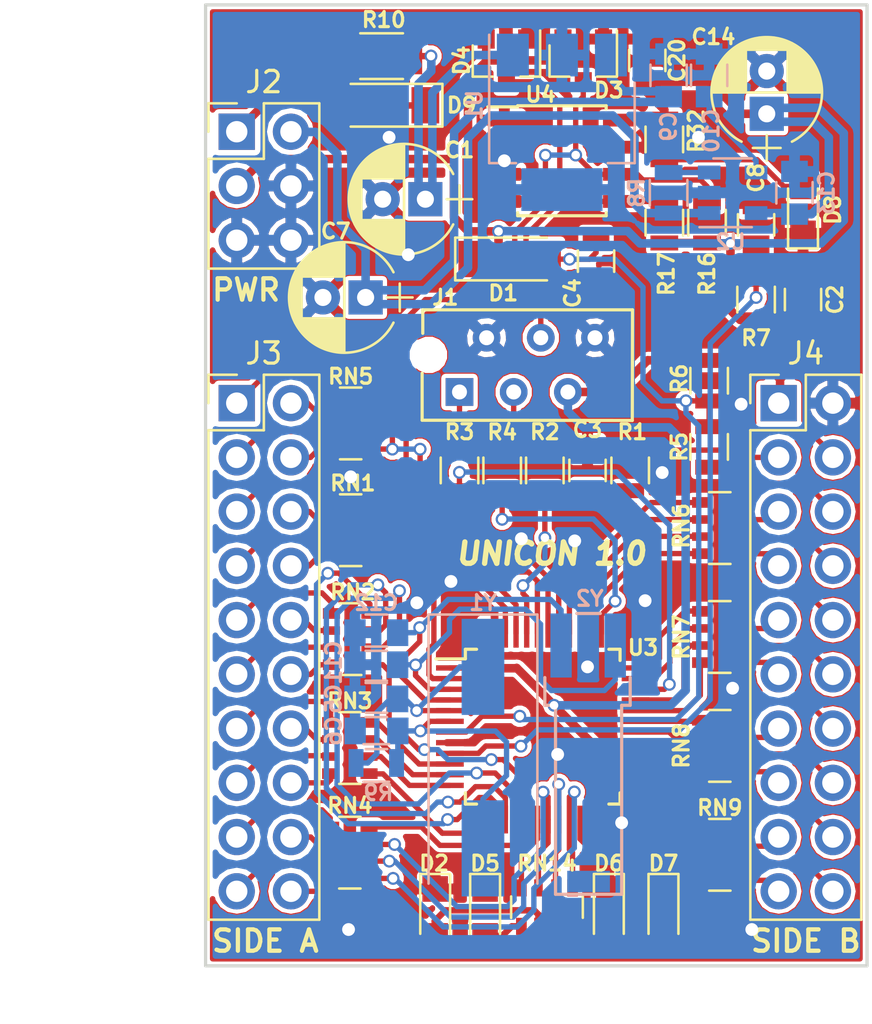
<source format=kicad_pcb>
(kicad_pcb (version 4) (host pcbnew 4.0.7)
  (layers (0 F.Cu signal) (31 B.Cu signal) (34 B.Paste user hide) (35 F.Paste user hide) (36 B.SilkS user) (37 F.SilkS user) (38 B.Mask user hide) (39 F.Mask user hide) (44 Edge.Cuts user))
  (net 0 "")
  (net 1 /12VDC)
  (net 2 /COM)
  (net 3 /BOOT0)
  (net 4 /~NRST)
  (net 5 /OSCIN)
  (net 6 /OSCOUT)
  (net 7 /5VDC)
  (net 8 /VDDA)
  (net 9 /OSC32_I)
  (net 10 /OSC32_O)
  (net 11 "Net-(J1-Pad1)")
  (net 12 "Net-(J1-Pad3)")
  (net 13 /SWDIO)
  (net 14 /SWCLK)
  (net 15 /3VDC)
  (net 16 "Net-(C10-Pad1)")
  (net 17 "Net-(D2-Pad2)")
  (net 18 /~NRSTP)
  (net 19 "Net-(R8-Pad1)")
  (net 20 "Net-(D5-Pad2)")
  (net 21 "Net-(D6-Pad2)")
  (net 22 "Net-(D7-Pad2)")
  (net 23 "Net-(C1-Pad1)")
  (net 24 "Net-(J3-Pad1)")
  (net 25 "Net-(J3-Pad2)")
  (net 26 "Net-(J3-Pad3)")
  (net 27 "Net-(D8-Pad2)")
  (net 28 "Net-(D9-Pad1)")
  (net 29 /PB6)
  (net 30 /PB7)
  (net 31 /PB4)
  (net 32 /PB5)
  (net 33 /PB0)
  (net 34 /PB1)
  (net 35 /PC13)
  (net 36 /PB8)
  (net 37 /PB9)
  (net 38 /PA7)
  (net 39 /PA5)
  (net 40 /PA6)
  (net 41 /PA4)
  (net 42 /PA3)
  (net 43 /PA1)
  (net 44 /PA2)
  (net 45 /PA0)
  (net 46 /PB10)
  (net 47 /PB2)
  (net 48 /PB3)
  (net 49 /PA15)
  (net 50 /PF7)
  (net 51 /PA12)
  (net 52 /PF6)
  (net 53 /PA11)
  (net 54 /PA10)
  (net 55 /PA8)
  (net 56 /PA9)
  (net 57 /PB15)
  (net 58 /PB14)
  (net 59 /PB12)
  (net 60 /PB13)
  (net 61 /PB11)
  (net 62 /C13)
  (net 63 /B8)
  (net 64 /B9)
  (net 65 /B7)
  (net 66 /A7)
  (net 67 /A5)
  (net 68 /A6)
  (net 69 /A4)
  (net 70 /A3)
  (net 71 /A1)
  (net 72 /A2)
  (net 73 /A0)
  (net 74 /B10)
  (net 75 /B1)
  (net 76 /B2)
  (net 77 /B0)
  (net 78 /B6)
  (net 79 /B5)
  (net 80 /B3)
  (net 81 /B4)
  (net 82 /A15)
  (net 83 /F7)
  (net 84 /A12)
  (net 85 /F6)
  (net 86 /A11)
  (net 87 /A10)
  (net 88 /A8)
  (net 89 /A9)
  (net 90 /B15)
  (net 91 /B14)
  (net 92 /B12)
  (net 93 /B13)
  (net 94 /B11)
  (net 95 /BT0)
  (module Wire_Pads:SolderWirePad_single_0-8mmDrill (layer F.Cu) (at 107 104.3)
    (fp_text reference REF** hide)
    (fp_text value SolderWirePad_single_0-8mmDrill)
    (pad 1 thru_hole circle (at 0 0) (size 0.8 0.8) (drill 0.6) (layers *.Cu) (net 2 /COM))
  )
  (module Wire_Pads:SolderWirePad_single_0-8mmDrill (layer F.Cu) (at 99.8 119.1)
    (fp_text reference REF** hide)
    (fp_text value SolderWirePad_single_0-8mmDrill)
    (pad 1 thru_hole circle (at 0 0) (size 0.8 0.8) (drill 0.6) (layers *.Cu) (net 2 /COM))
  )
  (module Wire_Pads:SolderWirePad_single_0-8mmDrill (layer F.Cu) (at 102.9 125)
    (fp_text reference REF** hide)
    (fp_text value SolderWirePad_single_0-8mmDrill)
    (pad 1 thru_hole circle (at 0 0) (size 0.8 0.8) (drill 0.6) (layers *.Cu) (net 2 /COM))
  )
  (module Wire_Pads:SolderWirePad_single_0-8mmDrill (layer F.Cu) (at 107.8 122)
    (fp_text reference REF** hide)
    (fp_text value SolderWirePad_single_0-8mmDrill)
    (pad 1 thru_hole circle (at 0 0) (size 0.8 0.8) (drill 0.6) (layers *.Cu) (net 2 /COM))
  )
  (module Wire_Pads:SolderWirePad_single_0-8mmDrill (layer F.Cu) (at 114.4 118.9)
    (fp_text reference REF** hide)
    (fp_text value SolderWirePad_single_0-8mmDrill)
    (pad 1 thru_hole circle (at 0 0) (size 0.8 0.8) (drill 0.6) (layers *.Cu) (net 2 /COM))
  )
  (module Wire_Pads:SolderWirePad_single_0-8mmDrill (layer F.Cu) (at 117.7 129)
    (fp_text reference REF** hide)
    (fp_text value SolderWirePad_single_0-8mmDrill)
    (pad 1 thru_hole circle (at 0 0) (size 0.8 0.8) (drill 0.6) (layers *.Cu) (net 2 /COM))
  )
  (module Wire_Pads:SolderWirePad_single_0-8mmDrill (layer F.Cu) (at 118.1 115.7)
    (fp_text reference REF** hide)
    (fp_text value SolderWirePad_single_0-8mmDrill)
    (pad 1 thru_hole circle (at 0 0) (size 0.8 0.8) (drill 0.6) (layers *.Cu) (net 2 /COM))
  )
  (module Wire_Pads:SolderWirePad_single_0-8mmDrill (layer F.Cu) (at 113.6 124.9)
    (fp_text reference REF** hide)
    (fp_text value SolderWirePad_single_0-8mmDrill)
    (pad 1 thru_hole circle (at 0 0) (size 0.8 0.8) (drill 0.6) (layers *.Cu) (net 2 /COM))
  )
  (module Wire_Pads:SolderWirePad_single_0-8mmDrill (layer F.Cu) (at 104.5 124)
    (fp_text reference REF** hide)
    (fp_text value SolderWirePad_single_0-8mmDrill)
    (pad 1 thru_hole circle (at 0 0) (size 0.8 0.8) (drill 0.6) (layers *.Cu) (net 2 /COM))
  )
  (module Wire_Pads:SolderWirePad_single_0-8mmDrill (layer F.Cu) (at 116.1 103.2)
    (fp_text reference REF** hide)
    (fp_text value SolderWirePad_single_0-8mmDrill)
    (pad 1 thru_hole circle (at 0 0) (size 0.8 0.8) (drill 0.6) (layers *.Cu) (net 2 /COM))
  )
  (module Wire_Pads:SolderWirePad_single_0-8mmDrill (layer F.Cu) (at 101.6 103.2)
    (fp_text reference REF** hide)
    (fp_text value SolderWirePad_single_0-8mmDrill)
    (pad 1 thru_hole circle (at 0 0) (size 0.8 0.8) (drill 0.6) (layers *.Cu) (net 2 /COM))
  )
  (module Wire_Pads:SolderWirePad_single_0-8mmDrill (layer F.Cu) (at 102.5 108.7)
    (fp_text reference REF** hide)
    (fp_text value SolderWirePad_single_0-8mmDrill)
    (pad 1 thru_hole circle (at 0 0) (size 0.8 0.8) (drill 0.6) (layers *.Cu) (net 2 /COM))
  )
  (module Wire_Pads:SolderWirePad_single_0-8mmDrill (layer F.Cu) (at 118.6 140.3)
    (fp_text reference REF** hide)
    (fp_text value SolderWirePad_single_0-8mmDrill)
    (pad 1 thru_hole circle (at 0 0) (size 0.8 0.8) (drill 0.6) (layers *.Cu) (net 2 /COM))
  )
  (module Wire_Pads:SolderWirePad_single_0-8mmDrill (layer F.Cu) (at 99.7 140.3)
    (fp_text reference REF** hide)
    (fp_text value SolderWirePad_single_0-8mmDrill)
    (pad 1 thru_hole circle (at 0 0) (size 0.8 0.8) (drill 0.6) (layers *.Cu) (net 2 /COM))
  )
  (module Wire_Pads:SolderWirePad_single_0-8mmDrill (layer F.Cu) (at 112.5 135.3)
    (fp_text reference REF** hide)
    (fp_text value SolderWirePad_single_0-8mmDrill)
    (pad 1 thru_hole circle (at 0 0) (size 0.8 0.8) (drill 0.6) (layers *.Cu) (net 2 /COM))
  )
  (module Wire_Pads:SolderWirePad_single_0-8mmDrill (layer F.Cu) (at 109.5 132.1)
    (fp_text reference REF** hide)
    (fp_text value SolderWirePad_single_0-8mmDrill)
    (pad 1 thru_hole circle (at 0 0) (size 0.8 0.8) (drill 0.6) (layers *.Cu) (net 2 /COM))
  )
  (module Wire_Pads:SolderWirePad_single_0-8mmDrill (layer F.Cu) (at 110.9 128)
    (fp_text reference REF** hide)
    (fp_text value SolderWirePad_single_0-8mmDrill)
    (pad 1 thru_hole circle (at 0 0) (size 0.8 0.8) (drill 0.6) (layers *.Cu) (net 2 /COM))
  )
  (module capacitors:C_0805 (layer F.Cu) (at 121 110.8 90)
    (fp_text reference C2 (at 0 1.5 270) (layer F.SilkS) (effects (font (size 0.7 0.7))))
    (fp_text value 100nF)
    (pad 1 smd rect (at -1 0 90) (size 1 1.25) (layers F.Cu F.Paste F.Mask) (net 15 /3VDC))
    (pad 2 smd rect (at 1 0 90) (size 1 1.25) (layers F.Cu F.Paste F.Mask) (net 2 /COM))
  )
  (module capacitors:C_0805 (layer F.Cu) (at 110.9 118.8 90)
    (fp_text reference C3 (at 1.9 0 180) (layer F.SilkS) (effects (font (size 0.7 0.7))))
    (fp_text value 100nF)
    (pad 1 smd rect (at -1 0 90) (size 1 1.25) (layers F.Cu F.Paste F.Mask) (net 95 /BT0))
    (pad 2 smd rect (at 1 0 90) (size 1 1.25) (layers F.Cu F.Paste F.Mask) (net 2 /COM))
  )
  (module capacitors:C_0805 (layer F.Cu) (at 111.3 109 270)
    (fp_text reference C4 (at 1.5 1.1 270) (layer F.SilkS) (effects (font (size 0.7 0.7))))
    (fp_text value 100nF)
    (pad 1 smd rect (at -1 0 270) (size 1 1.25) (layers F.Cu F.Paste F.Mask) (net 4 /~NRST))
    (pad 2 smd rect (at 1 0 270) (size 1 1.25) (layers F.Cu F.Paste F.Mask) (net 2 /COM))
  )
  (module capacitors:C_0805 (layer B.Cu) (at 101 129.5 180)
    (fp_text reference C5 (at 2 0 270) (layer B.SilkS) (effects (font (size 0.7 0.7)) (justify mirror)))
    (fp_text value 15pF)
    (pad 1 smd rect (at -1 0 180) (size 1 1.25) (layers B.Cu B.Paste B.Mask) (net 5 /OSCIN))
    (pad 2 smd rect (at 1 0 180) (size 1 1.25) (layers B.Cu B.Paste B.Mask) (net 2 /COM))
  )
  (module capacitors:C_0805 (layer B.Cu) (at 101.009843 131 180)
    (fp_text reference C6 (at 2.009843 0 450) (layer B.SilkS) (effects (font (size 0.7 0.7)) (justify mirror)))
    (fp_text value 15pF)
    (pad 1 smd rect (at -1 0 180) (size 1 1.25) (layers B.Cu B.Paste B.Mask) (net 6 /OSCOUT))
    (pad 2 smd rect (at 1 0 180) (size 1 1.25) (layers B.Cu B.Paste B.Mask) (net 2 /COM))
  )
  (module capacitors:C_0805 (layer F.Cu) (at 113.7 99.6 90)
    (fp_text reference C20 (at 0 1.4 90) (layer F.SilkS) (effects (font (size 0.7 0.7))))
    (fp_text value 100nF)
    (pad 1 smd rect (at -1 0 90) (size 1 1.25) (layers F.Cu F.Paste F.Mask) (net 15 /3VDC))
    (pad 2 smd rect (at 1 0 90) (size 1 1.25) (layers F.Cu F.Paste F.Mask) (net 2 /COM))
  )
  (module capacitors:C_0805 (layer F.Cu) (at 118.8 107.3 90)
    (fp_text reference C8 (at 2.2 0 90) (layer F.SilkS) (effects (font (size 0.7 0.7))))
    (fp_text value 100nF)
    (pad 1 smd rect (at -1 0 90) (size 1 1.25) (layers F.Cu F.Paste F.Mask) (net 8 /VDDA))
    (pad 2 smd rect (at 1 0 90) (size 1 1.25) (layers F.Cu F.Paste F.Mask) (net 2 /COM))
  )
  (module capacitors:C_0805 (layer B.Cu) (at 114.7 100.3 90)
    (fp_text reference C9 (at -2.4 0 90) (layer B.SilkS) (effects (font (size 0.7 0.7)) (justify mirror)))
    (fp_text value 100nF)
    (pad 1 smd rect (at -1 0 90) (size 1 1.25) (layers B.Cu B.Paste B.Mask) (net 7 /5VDC))
    (pad 2 smd rect (at 1 0 90) (size 1 1.25) (layers B.Cu B.Paste B.Mask) (net 2 /COM))
  )
  (module capacitors:C_0805 (layer B.Cu) (at 116.6 100.3 90)
    (fp_text reference C10 (at -2.6 0.1 90) (layer B.SilkS) (effects (font (size 0.7 0.7)) (justify mirror)))
    (fp_text value 100nF)
    (pad 1 smd rect (at -1 0 90) (size 1 1.25) (layers B.Cu B.Paste B.Mask) (net 16 "Net-(C10-Pad1)"))
    (pad 2 smd rect (at 1 0 90) (size 1 1.25) (layers B.Cu B.Paste B.Mask) (net 2 /COM))
  )
  (module capacitors:C_0805 (layer B.Cu) (at 101 127.9 180)
    (fp_text reference C11 (at 2 0.1 450) (layer B.SilkS) (effects (font (size 0.7 0.7)) (justify mirror)))
    (fp_text value 15pF)
    (pad 1 smd rect (at -1 0 180) (size 1 1.25) (layers B.Cu B.Paste B.Mask) (net 9 /OSC32_I))
    (pad 2 smd rect (at 1 0 180) (size 1 1.25) (layers B.Cu B.Paste B.Mask) (net 2 /COM))
  )
  (module capacitors:C_0805 (layer B.Cu) (at 101 126.4 180)
    (fp_text reference C12 (at 0 1.4 360) (layer B.SilkS) (effects (font (size 0.7 0.7)) (justify mirror)))
    (fp_text value 15pF)
    (pad 1 smd rect (at -1 0 180) (size 1 1.25) (layers B.Cu B.Paste B.Mask) (net 10 /OSC32_O))
    (pad 2 smd rect (at 1 0 180) (size 1 1.25) (layers B.Cu B.Paste B.Mask) (net 2 /COM))
  )
  (module capacitors:C_0805 (layer B.Cu) (at 120.6 105.8 90)
    (fp_text reference C13 (at 0 1.5 90) (layer B.SilkS) (effects (font (size 0.7 0.7)) (justify mirror)))
    (fp_text value 100nF)
    (pad 1 smd rect (at -1 0 90) (size 1 1.25) (layers B.Cu B.Paste B.Mask) (net 15 /3VDC))
    (pad 2 smd rect (at 1 0 90) (size 1 1.25) (layers B.Cu B.Paste B.Mask) (net 2 /COM))
  )
  (module disc:D_MiniMELF (layer F.Cu) (at 107.25 108.9)
    (fp_text reference D1 (at -0.3 1.6) (layer F.SilkS) (effects (font (size 0.7 0.7))))
    (fp_text value BAS32)
    (pad 1 smd rect (at -1.75 0) (size 1.3 1.7) (layers F.Cu F.Paste F.Mask) (net 15 /3VDC))
    (pad 2 smd rect (at 1.75 0) (size 1.3 1.7) (layers F.Cu F.Paste F.Mask) (net 4 /~NRST))
  )
  (module disc:SOT-23 (layer F.Cu) (at 110.7 99.6 270)
    (fp_text reference D3 (at 1.4 -1.2 360) (layer F.SilkS) (effects (font (size 0.7 0.7))))
    (fp_text value BAT54S)
    (pad 1 smd rect (at -1 -0.95 270) (size 0.9 0.8) (layers F.Cu F.Paste F.Mask) (net 2 /COM))
    (pad 2 smd rect (at -1 0.95 270) (size 0.9 0.8) (layers F.Cu F.Paste F.Mask) (net 15 /3VDC))
    (pad 3 smd rect (at 1 0 270) (size 0.9 0.8) (layers F.Cu F.Paste F.Mask) (net 78 /B6))
  )
  (module disc:SOT-23 (layer F.Cu) (at 107.1 99.6 270)
    (fp_text reference D4 (at 0 2.1 270) (layer F.SilkS) (effects (font (size 0.7 0.7))))
    (fp_text value BAT54S)
    (pad 1 smd rect (at -1 -0.95 270) (size 0.9 0.8) (layers F.Cu F.Paste F.Mask) (net 2 /COM))
    (pad 2 smd rect (at -1 0.95 270) (size 0.9 0.8) (layers F.Cu F.Paste F.Mask) (net 15 /3VDC))
    (pad 3 smd rect (at 1 0 270) (size 0.9 0.8) (layers F.Cu F.Paste F.Mask) (net 65 /B7))
  )
  (module mech:ISP_SWD_Connector (layer F.Cu) (at 104.839003 115.149913)
    (fp_text reference J1 (at -0.6 -4.45) (layer F.SilkS) (effects (font (size 0.7 0.7))))
    (fp_text value PROG)
    (pad 2 thru_hole circle (at 1.33058 -2.56232) (size 1.3 1.3) (drill 0.7) (layers *.Cu *.Mask) (net 2 /COM))
    (pad "" np_thru_hole circle (at -1.37 -1.76) (size 1.3 1.3) (drill 1.3) (layers *.Cu))
    (pad 1 thru_hole rect (at 0.06058 -0.02232) (size 1.3 1.3) (drill 0.7) (layers *.Cu *.Mask) (net 11 "Net-(J1-Pad1)"))
    (pad 3 thru_hole circle (at 2.60058 -0.02232) (size 1.3 1.3) (drill 0.7) (layers *.Cu *.Mask) (net 12 "Net-(J1-Pad3)"))
    (pad 4 thru_hole circle (at 3.87058 -2.56232) (size 1.3 1.3) (drill 0.7) (layers *.Cu *.Mask) (net 4 /~NRST))
    (pad 5 thru_hole circle (at 5.14058 -0.02232) (size 1.3 1.3) (drill 0.7) (layers *.Cu *.Mask) (net 15 /3VDC))
    (pad 6 thru_hole circle (at 6.41058 -2.56232) (size 1.3 1.3) (drill 0.7) (layers *.Cu *.Mask) (net 2 /COM))
  )
  (module resistors:R_0805 (layer F.Cu) (at 116.5 107.2 270)
    (fp_text reference R16 (at 2.4 0 450) (layer F.SilkS) (effects (font (size 0.7 0.7))))
    (fp_text value 4.7k)
    (pad 1 smd rect (at -0.95 0 270) (size 0.7 1.3) (layers F.Cu F.Paste F.Mask) (net 78 /B6))
    (pad 2 smd rect (at 0.95 0 270) (size 0.7 1.3) (layers F.Cu F.Paste F.Mask) (net 15 /3VDC))
  )
  (module resistors:R_0805 (layer F.Cu) (at 114.5 107.2 270)
    (fp_text reference R17 (at 2.4 -0.1 270) (layer F.SilkS) (effects (font (size 0.7 0.7))))
    (fp_text value 4.7k)
    (pad 1 smd rect (at -0.95 0 270) (size 0.7 1.3) (layers F.Cu F.Paste F.Mask) (net 65 /B7))
    (pad 2 smd rect (at 0.95 0 270) (size 0.7 1.3) (layers F.Cu F.Paste F.Mask) (net 15 /3VDC))
  )
  (module resistors:R_0805 (layer F.Cu) (at 112.9 118.8 90)
    (fp_text reference R1 (at 1.8 0.1 180) (layer F.SilkS) (effects (font (size 0.7 0.7))))
    (fp_text value 120R)
    (pad 1 smd rect (at -0.95 0 90) (size 0.7 1.3) (layers F.Cu F.Paste F.Mask) (net 95 /BT0))
    (pad 2 smd rect (at 0.95 0 90) (size 0.7 1.3) (layers F.Cu F.Paste F.Mask) (net 3 /BOOT0))
  )
  (module resistors:R_0805 (layer F.Cu) (at 108.9 118.8 270)
    (fp_text reference R2 (at -1.8 0 360) (layer F.SilkS) (effects (font (size 0.7 0.7))))
    (fp_text value 10k)
    (pad 1 smd rect (at -0.95 0 270) (size 0.7 1.3) (layers F.Cu F.Paste F.Mask) (net 2 /COM))
    (pad 2 smd rect (at 0.95 0 270) (size 0.7 1.3) (layers F.Cu F.Paste F.Mask) (net 95 /BT0))
  )
  (module resistors:R_0805 (layer F.Cu) (at 104.9 118.8 270)
    (fp_text reference R3 (at -1.8 0 360) (layer F.SilkS) (effects (font (size 0.7 0.7))))
    (fp_text value 47R)
    (pad 1 smd rect (at -0.95 0 270) (size 0.7 1.3) (layers F.Cu F.Paste F.Mask) (net 11 "Net-(J1-Pad1)"))
    (pad 2 smd rect (at 0.95 0 270) (size 0.7 1.3) (layers F.Cu F.Paste F.Mask) (net 13 /SWDIO))
  )
  (module resistors:R_0805 (layer F.Cu) (at 106.9 118.8 270)
    (fp_text reference R4 (at -1.787593 0 360) (layer F.SilkS) (effects (font (size 0.7 0.7))))
    (fp_text value 47R)
    (pad 1 smd rect (at -0.95 0 270) (size 0.7 1.3) (layers F.Cu F.Paste F.Mask) (net 12 "Net-(J1-Pad3)"))
    (pad 2 smd rect (at 0.95 0 270) (size 0.7 1.3) (layers F.Cu F.Paste F.Mask) (net 14 /SWCLK))
  )
  (module resistors:R_0805 (layer F.Cu) (at 116.6 117.7 270)
    (fp_text reference R5 (at 0 1.4 450) (layer F.SilkS) (effects (font (size 0.7 0.7))))
    (fp_text value 47R)
    (pad 1 smd rect (at -0.95 0 270) (size 0.7 1.3) (layers F.Cu F.Paste F.Mask) (net 4 /~NRST))
    (pad 2 smd rect (at 0.95 0 270) (size 0.7 1.3) (layers F.Cu F.Paste F.Mask) (net 18 /~NRSTP))
  )
  (module resistors:R_0805 (layer F.Cu) (at 116.6 114.6 90)
    (fp_text reference R6 (at 0.1 -1.4 90) (layer F.SilkS) (effects (font (size 0.7 0.7))))
    (fp_text value 15k)
    (pad 1 smd rect (at -0.95 0 90) (size 0.7 1.3) (layers F.Cu F.Paste F.Mask) (net 4 /~NRST))
    (pad 2 smd rect (at 0.95 0 90) (size 0.7 1.3) (layers F.Cu F.Paste F.Mask) (net 15 /3VDC))
  )
  (module resistors:R_0805 (layer F.Cu) (at 118.8 110.8 90)
    (fp_text reference R7 (at -1.8 0 180) (layer F.SilkS) (effects (font (size 0.7 0.7))))
    (fp_text value 120R)
    (pad 1 smd rect (at -0.95 0 90) (size 0.7 1.3) (layers F.Cu F.Paste F.Mask) (net 15 /3VDC))
    (pad 2 smd rect (at 0.95 0 90) (size 0.7 1.3) (layers F.Cu F.Paste F.Mask) (net 8 /VDDA))
  )
  (module resistors:R_0805 (layer B.Cu) (at 114.7 105.8 270)
    (fp_text reference R8 (at 0 1.5 270) (layer B.SilkS) (effects (font (size 0.7 0.7)) (justify mirror)))
    (fp_text value 15k)
    (pad 1 smd rect (at -0.95 0 270) (size 0.7 1.3) (layers B.Cu B.Paste B.Mask) (net 19 "Net-(R8-Pad1)"))
    (pad 2 smd rect (at 0.95 0 270) (size 0.7 1.3) (layers B.Cu B.Paste B.Mask) (net 7 /5VDC))
  )
  (module resistors:R_0805 (layer B.Cu) (at 101 132.5)
    (fp_text reference R9 (at 0.1 1.4) (layer B.SilkS) (effects (font (size 0.7 0.7)) (justify mirror)))
    (fp_text value 1M2)
    (pad 1 smd rect (at -0.95 0) (size 0.7 1.3) (layers B.Cu B.Paste B.Mask) (net 5 /OSCIN))
    (pad 2 smd rect (at 0.95 0) (size 0.7 1.3) (layers B.Cu B.Paste B.Mask) (net 6 /OSCOUT))
  )
  (module resistors:RN1206 (layer F.Cu) (at 99.8 121.6 180)
    (fp_text reference RN1 (at -0.1 2.2 180) (layer F.SilkS) (effects (font (size 0.7 0.7))))
    (fp_text value RN_100R_5%)
    (pad 1 smd rect (at -0.9 -1.2 180) (size 0.8 0.5) (layers F.Cu F.Paste F.Mask) (net 62 /C13))
    (pad 5 smd rect (at -0.9 0.4 180) (size 0.8 0.4) (layers F.Cu F.Paste F.Mask) (net 63 /B8))
    (pad 3 smd rect (at -0.9 -0.4 180) (size 0.8 0.4) (layers F.Cu F.Paste F.Mask) (net 64 /B9))
    (pad 7 smd rect (at -0.9 1.2 180) (size 0.8 0.5) (layers F.Cu F.Paste F.Mask) (net 65 /B7))
    (pad 4 smd rect (at 0.9 -0.4 180) (size 0.8 0.4) (layers F.Cu F.Paste F.Mask) (net 37 /PB9))
    (pad 2 smd rect (at 0.9 -1.2 180) (size 0.8 0.5) (layers F.Cu F.Paste F.Mask) (net 35 /PC13))
    (pad 6 smd rect (at 0.9 0.4 180) (size 0.8 0.4) (layers F.Cu F.Paste F.Mask) (net 36 /PB8))
    (pad 8 smd rect (at 0.9 1.2 180) (size 0.8 0.5) (layers F.Cu F.Paste F.Mask) (net 30 /PB7))
  )
  (module resistors:RN1206 (layer F.Cu) (at 99.8 126.7 180)
    (fp_text reference RN2 (at -0.1 2.2 180) (layer F.SilkS) (effects (font (size 0.7 0.7))))
    (fp_text value RN_100R_5%)
    (pad 1 smd rect (at -0.9 -1.2 180) (size 0.8 0.5) (layers F.Cu F.Paste F.Mask) (net 66 /A7))
    (pad 5 smd rect (at -0.9 0.4 180) (size 0.8 0.4) (layers F.Cu F.Paste F.Mask) (net 67 /A5))
    (pad 3 smd rect (at -0.9 -0.4 180) (size 0.8 0.4) (layers F.Cu F.Paste F.Mask) (net 68 /A6))
    (pad 7 smd rect (at -0.9 1.2 180) (size 0.8 0.5) (layers F.Cu F.Paste F.Mask) (net 69 /A4))
    (pad 4 smd rect (at 0.9 -0.4 180) (size 0.8 0.4) (layers F.Cu F.Paste F.Mask) (net 40 /PA6))
    (pad 2 smd rect (at 0.9 -1.2 180) (size 0.8 0.5) (layers F.Cu F.Paste F.Mask) (net 38 /PA7))
    (pad 6 smd rect (at 0.9 0.4 180) (size 0.8 0.4) (layers F.Cu F.Paste F.Mask) (net 39 /PA5))
    (pad 8 smd rect (at 0.9 1.2 180) (size 0.8 0.5) (layers F.Cu F.Paste F.Mask) (net 41 /PA4))
  )
  (module resistors:RN1206 (layer F.Cu) (at 99.76 131.8 180)
    (fp_text reference RN3 (at 0 2.2 180) (layer F.SilkS) (effects (font (size 0.7 0.7))))
    (fp_text value RN_100R_5%)
    (pad 1 smd rect (at -0.9 -1.2 180) (size 0.8 0.5) (layers F.Cu F.Paste F.Mask) (net 70 /A3))
    (pad 5 smd rect (at -0.9 0.4 180) (size 0.8 0.4) (layers F.Cu F.Paste F.Mask) (net 71 /A1))
    (pad 3 smd rect (at -0.9 -0.4 180) (size 0.8 0.4) (layers F.Cu F.Paste F.Mask) (net 72 /A2))
    (pad 7 smd rect (at -0.9 1.2 180) (size 0.8 0.5) (layers F.Cu F.Paste F.Mask) (net 73 /A0))
    (pad 4 smd rect (at 0.9 -0.4 180) (size 0.8 0.4) (layers F.Cu F.Paste F.Mask) (net 44 /PA2))
    (pad 2 smd rect (at 0.9 -1.2 180) (size 0.8 0.5) (layers F.Cu F.Paste F.Mask) (net 42 /PA3))
    (pad 6 smd rect (at 0.9 0.4 180) (size 0.8 0.4) (layers F.Cu F.Paste F.Mask) (net 43 /PA1))
    (pad 8 smd rect (at 0.9 1.2 180) (size 0.8 0.5) (layers F.Cu F.Paste F.Mask) (net 45 /PA0))
  )
  (module resistors:RN1206 (layer F.Cu) (at 99.76 136.7 180)
    (fp_text reference RN4 (at 0 2.2 180) (layer F.SilkS) (effects (font (size 0.7 0.7))))
    (fp_text value RN_100R_5%)
    (pad 1 smd rect (at -0.9 -1.2 180) (size 0.8 0.5) (layers F.Cu F.Paste F.Mask) (net 74 /B10))
    (pad 5 smd rect (at -0.9 0.4 180) (size 0.8 0.4) (layers F.Cu F.Paste F.Mask) (net 75 /B1))
    (pad 3 smd rect (at -0.9 -0.4 180) (size 0.8 0.4) (layers F.Cu F.Paste F.Mask) (net 76 /B2))
    (pad 7 smd rect (at -0.9 1.2 180) (size 0.8 0.5) (layers F.Cu F.Paste F.Mask) (net 77 /B0))
    (pad 4 smd rect (at 0.9 -0.4 180) (size 0.8 0.4) (layers F.Cu F.Paste F.Mask) (net 47 /PB2))
    (pad 2 smd rect (at 0.9 -1.2 180) (size 0.8 0.5) (layers F.Cu F.Paste F.Mask) (net 46 /PB10))
    (pad 6 smd rect (at 0.9 0.4 180) (size 0.8 0.4) (layers F.Cu F.Paste F.Mask) (net 34 /PB1))
    (pad 8 smd rect (at 0.9 1.2 180) (size 0.8 0.5) (layers F.Cu F.Paste F.Mask) (net 33 /PB0))
  )
  (module resistors:RN1206 (layer F.Cu) (at 117.1 136.8)
    (fp_text reference RN9 (at 0 -2.2) (layer F.SilkS) (effects (font (size 0.7 0.7))))
    (fp_text value RN_100R_5%)
    (pad 1 smd rect (at -0.9 -1.2) (size 0.8 0.5) (layers F.Cu F.Paste F.Mask) (net 91 /B14))
    (pad 5 smd rect (at -0.9 0.4) (size 0.8 0.4) (layers F.Cu F.Paste F.Mask) (net 92 /B12))
    (pad 3 smd rect (at -0.9 -0.4) (size 0.8 0.4) (layers F.Cu F.Paste F.Mask) (net 93 /B13))
    (pad 7 smd rect (at -0.9 1.2) (size 0.8 0.5) (layers F.Cu F.Paste F.Mask) (net 94 /B11))
    (pad 4 smd rect (at 0.9 -0.4) (size 0.8 0.4) (layers F.Cu F.Paste F.Mask) (net 60 /PB13))
    (pad 2 smd rect (at 0.9 -1.2) (size 0.8 0.5) (layers F.Cu F.Paste F.Mask) (net 58 /PB14))
    (pad 6 smd rect (at 0.9 0.4) (size 0.8 0.4) (layers F.Cu F.Paste F.Mask) (net 59 /PB12))
    (pad 8 smd rect (at 0.9 1.2) (size 0.8 0.5) (layers F.Cu F.Paste F.Mask) (net 61 /PB11))
  )
  (module resistors:RN1206 (layer F.Cu) (at 117.1 131.7)
    (fp_text reference RN8 (at -1.8 0 90) (layer F.SilkS) (effects (font (size 0.7 0.7))))
    (fp_text value RN_100R_5%)
    (pad 1 smd rect (at -0.9 -1.2) (size 0.8 0.5) (layers F.Cu F.Paste F.Mask) (net 87 /A10))
    (pad 5 smd rect (at -0.9 0.4) (size 0.8 0.4) (layers F.Cu F.Paste F.Mask) (net 88 /A8))
    (pad 3 smd rect (at -0.9 -0.4) (size 0.8 0.4) (layers F.Cu F.Paste F.Mask) (net 89 /A9))
    (pad 7 smd rect (at -0.9 1.2) (size 0.8 0.5) (layers F.Cu F.Paste F.Mask) (net 90 /B15))
    (pad 4 smd rect (at 0.9 -0.4) (size 0.8 0.4) (layers F.Cu F.Paste F.Mask) (net 56 /PA9))
    (pad 2 smd rect (at 0.9 -1.2) (size 0.8 0.5) (layers F.Cu F.Paste F.Mask) (net 54 /PA10))
    (pad 6 smd rect (at 0.9 0.4) (size 0.8 0.4) (layers F.Cu F.Paste F.Mask) (net 55 /PA8))
    (pad 8 smd rect (at 0.9 1.2) (size 0.8 0.5) (layers F.Cu F.Paste F.Mask) (net 57 /PB15))
  )
  (module ics:SOIC-8_3.9x4.9mm_Pitch1.27mm (layer F.Cu) (at 109.7 104.3)
    (fp_text reference U4 (at -1 -3.1) (layer F.SilkS) (effects (font (size 0.7 0.7))))
    (fp_text value AT24C16)
    (pad 1 smd rect (at -2.7 -1.905) (size 1.55 0.6) (layers F.Cu F.Paste F.Mask) (net 2 /COM))
    (pad 2 smd rect (at -2.7 -0.635) (size 1.55 0.6) (layers F.Cu F.Paste F.Mask) (net 2 /COM))
    (pad 3 smd rect (at -2.7 0.635) (size 1.55 0.6) (layers F.Cu F.Paste F.Mask) (net 2 /COM))
    (pad 4 smd rect (at -2.7 1.905) (size 1.55 0.6) (layers F.Cu F.Paste F.Mask) (net 2 /COM))
    (pad 5 smd rect (at 2.7 1.905) (size 1.55 0.6) (layers F.Cu F.Paste F.Mask) (net 65 /B7))
    (pad 6 smd rect (at 2.7 0.635) (size 1.55 0.6) (layers F.Cu F.Paste F.Mask) (net 78 /B6))
    (pad 7 smd rect (at 2.7 -0.635) (size 1.55 0.6) (layers F.Cu F.Paste F.Mask) (net 2 /COM))
    (pad 8 smd rect (at 2.7 -1.905) (size 1.55 0.6) (layers F.Cu F.Paste F.Mask) (net 15 /3VDC))
  )
  (module TO_SOT_Packages_SMD:SOT-23-5 (layer B.Cu) (at 117.7 105.8)
    (fp_text reference U2 (at -0.1 2.3) (layer B.SilkS) (effects (font (size 0.7 0.7)) (justify mirror)))
    (fp_text value SIP21106-3.3)
    (pad 1 smd rect (at -1.1 0.95) (size 1.06 0.65) (layers B.Cu B.Paste B.Mask) (net 7 /5VDC))
    (pad 2 smd rect (at -1.1 0) (size 1.06 0.65) (layers B.Cu B.Paste B.Mask) (net 2 /COM))
    (pad 3 smd rect (at -1.1 -0.95) (size 1.06 0.65) (layers B.Cu B.Paste B.Mask) (net 19 "Net-(R8-Pad1)"))
    (pad 4 smd rect (at 1.1 -0.95) (size 1.06 0.65) (layers B.Cu B.Paste B.Mask) (net 16 "Net-(C10-Pad1)"))
    (pad 5 smd rect (at 1.1 0.95) (size 1.06 0.65) (layers B.Cu B.Paste B.Mask) (net 15 /3VDC))
  )
  (module Housings_QFP:LQFP-48_7x7mm_Pitch0.5mm (layer F.Cu) (at 108.8 130.8)
    (fp_text reference U3 (at 4.7 -3.7) (layer F.SilkS) (effects (font (size 0.7 0.7))))
    (fp_text value STM32F051C8Tx)
    (pad 1 smd rect (at -4.35 -2.75) (size 1.3 0.25) (layers F.Cu F.Paste F.Mask) (net 15 /3VDC))
    (pad 2 smd rect (at -4.35 -2.25) (size 1.3 0.25) (layers F.Cu F.Paste F.Mask) (net 62 /C13))
    (pad 3 smd rect (at -4.35 -1.75) (size 1.3 0.25) (layers F.Cu F.Paste F.Mask) (net 9 /OSC32_I))
    (pad 4 smd rect (at -4.35 -1.25) (size 1.3 0.25) (layers F.Cu F.Paste F.Mask) (net 10 /OSC32_O))
    (pad 5 smd rect (at -4.35 -0.75) (size 1.3 0.25) (layers F.Cu F.Paste F.Mask) (net 5 /OSCIN))
    (pad 6 smd rect (at -4.35 -0.25) (size 1.3 0.25) (layers F.Cu F.Paste F.Mask) (net 6 /OSCOUT))
    (pad 7 smd rect (at -4.35 0.25) (size 1.3 0.25) (layers F.Cu F.Paste F.Mask) (net 4 /~NRST))
    (pad 8 smd rect (at -4.35 0.75) (size 1.3 0.25) (layers F.Cu F.Paste F.Mask) (net 2 /COM))
    (pad 9 smd rect (at -4.35 1.25) (size 1.3 0.25) (layers F.Cu F.Paste F.Mask) (net 8 /VDDA))
    (pad 10 smd rect (at -4.35 1.75) (size 1.3 0.25) (layers F.Cu F.Paste F.Mask) (net 73 /A0))
    (pad 11 smd rect (at -4.35 2.25) (size 1.3 0.25) (layers F.Cu F.Paste F.Mask) (net 71 /A1))
    (pad 12 smd rect (at -4.35 2.75) (size 1.3 0.25) (layers F.Cu F.Paste F.Mask) (net 72 /A2))
    (pad 13 smd rect (at -2.75 4.35 90) (size 1.3 0.25) (layers F.Cu F.Paste F.Mask) (net 70 /A3))
    (pad 14 smd rect (at -2.25 4.35 90) (size 1.3 0.25) (layers F.Cu F.Paste F.Mask) (net 69 /A4))
    (pad 15 smd rect (at -1.75 4.35 90) (size 1.3 0.25) (layers F.Cu F.Paste F.Mask) (net 67 /A5))
    (pad 16 smd rect (at -1.25 4.35 90) (size 1.3 0.25) (layers F.Cu F.Paste F.Mask) (net 68 /A6))
    (pad 17 smd rect (at -0.75 4.35 90) (size 1.3 0.25) (layers F.Cu F.Paste F.Mask) (net 66 /A7))
    (pad 18 smd rect (at -0.25 4.35 90) (size 1.3 0.25) (layers F.Cu F.Paste F.Mask) (net 77 /B0))
    (pad 19 smd rect (at 0.25 4.35 90) (size 1.3 0.25) (layers F.Cu F.Paste F.Mask) (net 75 /B1))
    (pad 20 smd rect (at 0.75 4.35 90) (size 1.3 0.25) (layers F.Cu F.Paste F.Mask) (net 76 /B2))
    (pad 21 smd rect (at 1.25 4.35 90) (size 1.3 0.25) (layers F.Cu F.Paste F.Mask) (net 74 /B10))
    (pad 22 smd rect (at 1.75 4.35 90) (size 1.3 0.25) (layers F.Cu F.Paste F.Mask) (net 94 /B11))
    (pad 23 smd rect (at 2.25 4.35 90) (size 1.3 0.25) (layers F.Cu F.Paste F.Mask) (net 2 /COM))
    (pad 24 smd rect (at 2.75 4.35 90) (size 1.3 0.25) (layers F.Cu F.Paste F.Mask) (net 15 /3VDC))
    (pad 25 smd rect (at 4.35 2.75) (size 1.3 0.25) (layers F.Cu F.Paste F.Mask) (net 92 /B12))
    (pad 26 smd rect (at 4.35 2.25) (size 1.3 0.25) (layers F.Cu F.Paste F.Mask) (net 93 /B13))
    (pad 27 smd rect (at 4.35 1.75) (size 1.3 0.25) (layers F.Cu F.Paste F.Mask) (net 91 /B14))
    (pad 28 smd rect (at 4.35 1.25) (size 1.3 0.25) (layers F.Cu F.Paste F.Mask) (net 90 /B15))
    (pad 29 smd rect (at 4.35 0.75) (size 1.3 0.25) (layers F.Cu F.Paste F.Mask) (net 88 /A8))
    (pad 30 smd rect (at 4.35 0.25) (size 1.3 0.25) (layers F.Cu F.Paste F.Mask) (net 89 /A9))
    (pad 31 smd rect (at 4.35 -0.25) (size 1.3 0.25) (layers F.Cu F.Paste F.Mask) (net 87 /A10))
    (pad 32 smd rect (at 4.35 -0.75) (size 1.3 0.25) (layers F.Cu F.Paste F.Mask) (net 86 /A11))
    (pad 33 smd rect (at 4.35 -1.25) (size 1.3 0.25) (layers F.Cu F.Paste F.Mask) (net 84 /A12))
    (pad 34 smd rect (at 4.35 -1.75) (size 1.3 0.25) (layers F.Cu F.Paste F.Mask) (net 13 /SWDIO))
    (pad 35 smd rect (at 4.35 -2.25) (size 1.3 0.25) (layers F.Cu F.Paste F.Mask) (net 85 /F6))
    (pad 36 smd rect (at 4.35 -2.75) (size 1.3 0.25) (layers F.Cu F.Paste F.Mask) (net 83 /F7))
    (pad 37 smd rect (at 2.75 -4.35 90) (size 1.3 0.25) (layers F.Cu F.Paste F.Mask) (net 14 /SWCLK))
    (pad 38 smd rect (at 2.25 -4.35 90) (size 1.3 0.25) (layers F.Cu F.Paste F.Mask) (net 82 /A15))
    (pad 39 smd rect (at 1.75 -4.35 90) (size 1.3 0.25) (layers F.Cu F.Paste F.Mask) (net 80 /B3))
    (pad 40 smd rect (at 1.25 -4.35 90) (size 1.3 0.25) (layers F.Cu F.Paste F.Mask) (net 81 /B4))
    (pad 41 smd rect (at 0.75 -4.35 90) (size 1.3 0.25) (layers F.Cu F.Paste F.Mask) (net 79 /B5))
    (pad 42 smd rect (at 0.25 -4.35 90) (size 1.3 0.25) (layers F.Cu F.Paste F.Mask) (net 78 /B6))
    (pad 43 smd rect (at -0.25 -4.35 90) (size 1.3 0.25) (layers F.Cu F.Paste F.Mask) (net 65 /B7))
    (pad 44 smd rect (at -0.75 -4.35 90) (size 1.3 0.25) (layers F.Cu F.Paste F.Mask) (net 95 /BT0))
    (pad 45 smd rect (at -1.25 -4.35 90) (size 1.3 0.25) (layers F.Cu F.Paste F.Mask) (net 63 /B8))
    (pad 46 smd rect (at -1.75 -4.35 90) (size 1.3 0.25) (layers F.Cu F.Paste F.Mask) (net 64 /B9))
    (pad 47 smd rect (at -2.25 -4.35 90) (size 1.3 0.25) (layers F.Cu F.Paste F.Mask) (net 2 /COM))
    (pad 48 smd rect (at -2.75 -4.35 90) (size 1.3 0.25) (layers F.Cu F.Paste F.Mask) (net 15 /3VDC))
  )
  (module disc:Crystal_SMD_HC49-SD (layer B.Cu) (at 106 132.25 270)
    (fp_text reference Y1 (at -7.25 0 360) (layer B.SilkS) (effects (font (size 0.7 0.7)) (justify mirror)))
    (fp_text value 8MHz)
    (pad 1 smd rect (at -4.25 0 270) (size 4.5 2) (layers B.Cu B.Paste B.Mask) (net 5 /OSCIN))
    (pad 2 smd rect (at 4.25 0 270) (size 4.5 2) (layers B.Cu B.Paste B.Mask) (net 6 /OSCOUT))
  )
  (module disc:Crystal_32768_horizontzl (layer B.Cu) (at 112.2 127 180)
    (fp_text reference Y2 (at 1.2 2.2 180) (layer B.SilkS) (effects (font (size 0.7 0.7)) (justify mirror)))
    (fp_text value "32768 Hz")
    (pad 3 smd rect (at 1.25 -11.05 180) (size 2 1) (layers B.Cu B.Paste B.Mask))
    (pad 2 smd rect (at 2.54 0 180) (size 1 3) (layers B.Cu B.Paste B.Mask) (net 10 /OSC32_O))
    (pad 1 smd rect (at 0 0 180) (size 1 3) (layers B.Cu B.Paste B.Mask) (net 9 /OSC32_I))
  )
  (module disc:LM340_SOT-223 (layer B.Cu) (at 109.7 102.5 270)
    (fp_text reference U1 (at -0.8 4.1 270) (layer B.SilkS) (effects (font (size 0.7 0.7)) (justify mirror)))
    (fp_text value LM340MP-5.0)
    (pad 2 smd rect (at 3.15 0 270) (size 2 3.8) (layers B.Cu B.Paste B.Mask) (net 2 /COM))
    (pad 2 smd rect (at -3.15 0 270) (size 2 1.5) (layers B.Cu B.Paste B.Mask) (net 2 /COM))
    (pad 3 smd rect (at -3.15 -2.3 270) (size 2 1.5) (layers B.Cu B.Paste B.Mask) (net 7 /5VDC))
    (pad 1 smd rect (at -3.15 2.3 270) (size 2 1.5) (layers B.Cu B.Paste B.Mask) (net 23 "Net-(C1-Pad1)"))
  )
  (module resistors:RN1206 (layer F.Cu) (at 99.8 116.6 180)
    (fp_text reference RN5 (at 0 2.2 180) (layer F.SilkS) (effects (font (size 0.7 0.7))))
    (fp_text value RN_100R_5%)
    (pad 1 smd rect (at -0.9 -1.2 180) (size 0.8 0.5) (layers F.Cu F.Paste F.Mask) (net 78 /B6))
    (pad 5 smd rect (at -0.9 0.4 180) (size 0.8 0.4) (layers F.Cu F.Paste F.Mask))
    (pad 3 smd rect (at -0.9 -0.4 180) (size 0.8 0.4) (layers F.Cu F.Paste F.Mask))
    (pad 7 smd rect (at -0.9 1.2 180) (size 0.8 0.5) (layers F.Cu F.Paste F.Mask))
    (pad 4 smd rect (at 0.9 -0.4 180) (size 0.8 0.4) (layers F.Cu F.Paste F.Mask) (net 26 "Net-(J3-Pad3)"))
    (pad 2 smd rect (at 0.9 -1.2 180) (size 0.8 0.5) (layers F.Cu F.Paste F.Mask) (net 29 /PB6))
    (pad 6 smd rect (at 0.9 0.4 180) (size 0.8 0.4) (layers F.Cu F.Paste F.Mask) (net 25 "Net-(J3-Pad2)"))
    (pad 8 smd rect (at 0.9 1.2 180) (size 0.8 0.5) (layers F.Cu F.Paste F.Mask) (net 24 "Net-(J3-Pad1)"))
  )
  (module resistors:RN1206 (layer F.Cu) (at 117.1 121.5)
    (fp_text reference RN6 (at -1.8 -0.1 90) (layer F.SilkS) (effects (font (size 0.7 0.7))))
    (fp_text value RN_100R_5%)
    (pad 1 smd rect (at -0.9 -1.2) (size 0.8 0.5) (layers F.Cu F.Paste F.Mask) (net 79 /B5))
    (pad 5 smd rect (at -0.9 0.4) (size 0.8 0.4) (layers F.Cu F.Paste F.Mask) (net 80 /B3))
    (pad 3 smd rect (at -0.9 -0.4) (size 0.8 0.4) (layers F.Cu F.Paste F.Mask) (net 81 /B4))
    (pad 7 smd rect (at -0.9 1.2) (size 0.8 0.5) (layers F.Cu F.Paste F.Mask) (net 82 /A15))
    (pad 4 smd rect (at 0.9 -0.4) (size 0.8 0.4) (layers F.Cu F.Paste F.Mask) (net 31 /PB4))
    (pad 2 smd rect (at 0.9 -1.2) (size 0.8 0.5) (layers F.Cu F.Paste F.Mask) (net 32 /PB5))
    (pad 6 smd rect (at 0.9 0.4) (size 0.8 0.4) (layers F.Cu F.Paste F.Mask) (net 48 /PB3))
    (pad 8 smd rect (at 0.9 1.2) (size 0.8 0.5) (layers F.Cu F.Paste F.Mask) (net 49 /PA15))
  )
  (module resistors:RN1206 (layer F.Cu) (at 117.1 126.6)
    (fp_text reference RN7 (at -1.8 0 90) (layer F.SilkS) (effects (font (size 0.7 0.7))))
    (fp_text value RN_100R_5%)
    (pad 1 smd rect (at -0.9 -1.2) (size 0.8 0.5) (layers F.Cu F.Paste F.Mask) (net 83 /F7))
    (pad 5 smd rect (at -0.9 0.4) (size 0.8 0.4) (layers F.Cu F.Paste F.Mask) (net 84 /A12))
    (pad 3 smd rect (at -0.9 -0.4) (size 0.8 0.4) (layers F.Cu F.Paste F.Mask) (net 85 /F6))
    (pad 7 smd rect (at -0.9 1.2) (size 0.8 0.5) (layers F.Cu F.Paste F.Mask) (net 86 /A11))
    (pad 4 smd rect (at 0.9 -0.4) (size 0.8 0.4) (layers F.Cu F.Paste F.Mask) (net 52 /PF6))
    (pad 2 smd rect (at 0.9 -1.2) (size 0.8 0.5) (layers F.Cu F.Paste F.Mask) (net 50 /PF7))
    (pad 6 smd rect (at 0.9 0.4) (size 0.8 0.4) (layers F.Cu F.Paste F.Mask) (net 51 /PA12))
    (pad 8 smd rect (at 0.9 1.2) (size 0.8 0.5) (layers F.Cu F.Paste F.Mask) (net 53 /PA11))
  )
  (module disc:LED_0805 (layer F.Cu) (at 103.76 139.5 270)
    (fp_text reference D2 (at -2.3 0.05 360) (layer F.SilkS) (effects (font (size 0.7 0.7))))
    (fp_text value LED1)
    (pad 2 smd rect (at 1.1 0 90) (size 1.2 1.2) (layers F.Cu F.Paste F.Mask) (net 17 "Net-(D2-Pad2)"))
    (pad 1 smd rect (at -1.1 0 90) (size 1.2 1.2) (layers F.Cu F.Paste F.Mask) (net 2 /COM))
  )
  (module disc:LED_0805 (layer F.Cu) (at 106.1 139.5 270)
    (fp_text reference D5 (at -2.3 0 360) (layer F.SilkS) (effects (font (size 0.7 0.7))))
    (fp_text value LED2)
    (pad 2 smd rect (at 1.1 0 90) (size 1.2 1.2) (layers F.Cu F.Paste F.Mask) (net 20 "Net-(D5-Pad2)"))
    (pad 1 smd rect (at -1.1 0 90) (size 1.2 1.2) (layers F.Cu F.Paste F.Mask) (net 2 /COM))
  )
  (module disc:LED_0805 (layer F.Cu) (at 111.9 139.5 270)
    (fp_text reference D6 (at -2.3 0 360) (layer F.SilkS) (effects (font (size 0.7 0.7))))
    (fp_text value LED1)
    (pad 2 smd rect (at 1.1 0 90) (size 1.2 1.2) (layers F.Cu F.Paste F.Mask) (net 21 "Net-(D6-Pad2)"))
    (pad 1 smd rect (at -1.1 0 90) (size 1.2 1.2) (layers F.Cu F.Paste F.Mask) (net 2 /COM))
  )
  (module disc:LED_0805 (layer F.Cu) (at 114.46 139.5 270)
    (fp_text reference D7 (at -2.3 0 360) (layer F.SilkS) (effects (font (size 0.7 0.7))))
    (fp_text value LED2)
    (pad 2 smd rect (at 1.1 0 90) (size 1.2 1.2) (layers F.Cu F.Paste F.Mask) (net 22 "Net-(D7-Pad2)"))
    (pad 1 smd rect (at -1.1 0 90) (size 1.2 1.2) (layers F.Cu F.Paste F.Mask) (net 2 /COM))
  )
  (module resistors:RN1206 (layer F.Cu) (at 109 139.25 270)
    (fp_text reference RN14 (at -2.05 0 360) (layer F.SilkS) (effects (font (size 0.7 0.7))))
    (fp_text value 100R)
    (pad 1 smd rect (at -0.9 -1.2 270) (size 0.8 0.5) (layers F.Cu F.Paste F.Mask) (net 74 /B10))
    (pad 5 smd rect (at -0.9 0.4 270) (size 0.8 0.4) (layers F.Cu F.Paste F.Mask) (net 75 /B1))
    (pad 3 smd rect (at -0.9 -0.4 270) (size 0.8 0.4) (layers F.Cu F.Paste F.Mask) (net 76 /B2))
    (pad 7 smd rect (at -0.9 1.2 270) (size 0.8 0.5) (layers F.Cu F.Paste F.Mask) (net 77 /B0))
    (pad 4 smd rect (at 0.9 -0.4 270) (size 0.8 0.4) (layers F.Cu F.Paste F.Mask) (net 22 "Net-(D7-Pad2)"))
    (pad 2 smd rect (at 0.9 -1.2 270) (size 0.8 0.5) (layers F.Cu F.Paste F.Mask) (net 21 "Net-(D6-Pad2)"))
    (pad 6 smd rect (at 0.9 0.4 270) (size 0.8 0.4) (layers F.Cu F.Paste F.Mask) (net 17 "Net-(D2-Pad2)"))
    (pad 8 smd rect (at 0.9 1.2 270) (size 0.8 0.5) (layers F.Cu F.Paste F.Mask) (net 20 "Net-(D5-Pad2)"))
  )
  (module resistors:R_1206 (layer F.Cu) (at 101.25 99.4)
    (fp_text reference R10 (at 0.1 -1.7) (layer F.SilkS) (effects (font (size 0.7 0.7))))
    (fp_text value 120R)
    (pad 1 smd rect (at -1.45 0) (size 0.9 1.7) (layers F.Cu F.Paste F.Mask) (net 28 "Net-(D9-Pad1)"))
    (pad 2 smd rect (at 1.45 0) (size 0.9 1.7) (layers F.Cu F.Paste F.Mask) (net 23 "Net-(C1-Pad1)"))
  )
  (module capacitors:CP_Radial_D5.0mm_P2.00mm (layer F.Cu) (at 103.3 106.1 180)
    (fp_text reference C1 (at -1.6 2.3 180) (layer F.SilkS) (effects (font (size 0.7 0.7))))
    (fp_text value 100uFx16V)
    (pad 1 thru_hole rect (at 0 0 180) (size 1.6 1.6) (drill 0.8) (layers *.Cu *.Mask) (net 23 "Net-(C1-Pad1)"))
    (pad 2 thru_hole circle (at 2 0 180) (size 1.6 1.6) (drill 0.8) (layers *.Cu *.Mask) (net 2 /COM))
  )
  (module capacitors:CP_Radial_D5.0mm_P2.00mm (layer F.Cu) (at 100.5 110.7 180)
    (fp_text reference C7 (at 1.4 3.1 180) (layer F.SilkS) (effects (font (size 0.7 0.7))))
    (fp_text value 100uFx16V)
    (pad 1 thru_hole rect (at 0 0 180) (size 1.6 1.6) (drill 0.8) (layers *.Cu *.Mask) (net 7 /5VDC))
    (pad 2 thru_hole circle (at 2 0 180) (size 1.6 1.6) (drill 0.8) (layers *.Cu *.Mask) (net 2 /COM))
  )
  (module capacitors:CP_Radial_D5.0mm_P2.00mm (layer F.Cu) (at 119.3 102.1 90)
    (fp_text reference C14 (at 3.6 -2.5 180) (layer F.SilkS) (effects (font (size 0.7 0.7))))
    (fp_text value 100uFx16V)
    (pad 1 thru_hole rect (at 0 0 90) (size 1.6 1.6) (drill 0.8) (layers *.Cu *.Mask) (net 15 /3VDC))
    (pad 2 thru_hole circle (at 2 0 90) (size 1.6 1.6) (drill 0.8) (layers *.Cu *.Mask) (net 2 /COM))
  )
  (module disc:LED_0805 (layer F.Cu) (at 121 106.6 90)
    (fp_text reference D8 (at 0 1.4 90) (layer F.SilkS) (effects (font (size 0.7 0.7))))
    (fp_text value 3V)
    (pad 2 smd rect (at 1.1 0 270) (size 1.2 1.2) (layers F.Cu F.Paste F.Mask) (net 27 "Net-(D8-Pad2)"))
    (pad 1 smd rect (at -1.1 0 270) (size 1.2 1.2) (layers F.Cu F.Paste F.Mask) (net 2 /COM))
  )
  (module resistors:R_0805 (layer F.Cu) (at 114.5 103.3 270)
    (fp_text reference R32 (at -0.4 -1.5 270) (layer F.SilkS) (effects (font (size 0.7 0.7))))
    (fp_text value 10k)
    (pad 1 smd rect (at -0.95 0 270) (size 0.7 1.3) (layers F.Cu F.Paste F.Mask) (net 15 /3VDC))
    (pad 2 smd rect (at 0.95 0 270) (size 0.7 1.3) (layers F.Cu F.Paste F.Mask) (net 27 "Net-(D8-Pad2)"))
  )
  (module Wire_Pads:SolderWirePad_single_0-8mmDrill (layer F.Cu) (at 110.3 122.1)
    (fp_text reference REF** hide)
    (fp_text value SolderWirePad_single_0-8mmDrill)
    (pad 1 thru_hole circle (at 0 0) (size 0.8 0.8) (drill 0.6) (layers *.Cu) (net 2 /COM))
  )
  (module disc:D_MiniMELF (layer F.Cu) (at 101.55 101.7 180)
    (fp_text reference D9 (at -3.45 0 180) (layer F.SilkS) (effects (font (size 0.7 0.7))))
    (fp_text value BAS32)
    (pad 1 smd rect (at -1.75 0 180) (size 1.3 1.7) (layers F.Cu F.Paste F.Mask) (net 28 "Net-(D9-Pad1)"))
    (pad 2 smd rect (at 1.75 0 180) (size 1.3 1.7) (layers F.Cu F.Paste F.Mask) (net 1 /12VDC))
  )
  (module Pin_Headers:Pin_Header_Straight_2x10_Pitch2.54mm (layer F.Cu) (at 94.46 115.65)
    (fp_text reference J3 (at 1.27 -2.33) (layer F.SilkS))
    (fp_text value "SIDE A" (at 1.34 25.19) (layer F.SilkS) (effects (font (thickness 0.2))))
    (pad 1 thru_hole rect (at 0 0) (size 1.7 1.7) (drill 1) (layers *.Cu *.Mask) (net 24 "Net-(J3-Pad1)"))
    (pad 2 thru_hole oval (at 2.54 0) (size 1.7 1.7) (drill 1) (layers *.Cu *.Mask) (net 25 "Net-(J3-Pad2)"))
    (pad 3 thru_hole oval (at 0 2.54) (size 1.7 1.7) (drill 1) (layers *.Cu *.Mask) (net 26 "Net-(J3-Pad3)"))
    (pad 4 thru_hole oval (at 2.54 2.54) (size 1.7 1.7) (drill 1) (layers *.Cu *.Mask) (net 29 /PB6))
    (pad 5 thru_hole oval (at 0 5.08) (size 1.7 1.7) (drill 1) (layers *.Cu *.Mask) (net 30 /PB7))
    (pad 6 thru_hole oval (at 2.54 5.08) (size 1.7 1.7) (drill 1) (layers *.Cu *.Mask) (net 36 /PB8))
    (pad 7 thru_hole oval (at 0 7.62) (size 1.7 1.7) (drill 1) (layers *.Cu *.Mask) (net 37 /PB9))
    (pad 8 thru_hole oval (at 2.54 7.62) (size 1.7 1.7) (drill 1) (layers *.Cu *.Mask) (net 35 /PC13))
    (pad 9 thru_hole oval (at 0 10.16) (size 1.7 1.7) (drill 1) (layers *.Cu *.Mask) (net 41 /PA4))
    (pad 10 thru_hole oval (at 2.54 10.16) (size 1.7 1.7) (drill 1) (layers *.Cu *.Mask) (net 39 /PA5))
    (pad 11 thru_hole oval (at 0 12.7) (size 1.7 1.7) (drill 1) (layers *.Cu *.Mask) (net 40 /PA6))
    (pad 12 thru_hole oval (at 2.54 12.7) (size 1.7 1.7) (drill 1) (layers *.Cu *.Mask) (net 38 /PA7))
    (pad 13 thru_hole oval (at 0 15.24) (size 1.7 1.7) (drill 1) (layers *.Cu *.Mask) (net 45 /PA0))
    (pad 14 thru_hole oval (at 2.54 15.24) (size 1.7 1.7) (drill 1) (layers *.Cu *.Mask) (net 43 /PA1))
    (pad 15 thru_hole oval (at 0 17.78) (size 1.7 1.7) (drill 1) (layers *.Cu *.Mask) (net 44 /PA2))
    (pad 16 thru_hole oval (at 2.54 17.78) (size 1.7 1.7) (drill 1) (layers *.Cu *.Mask) (net 42 /PA3))
    (pad 17 thru_hole oval (at 0 20.32) (size 1.7 1.7) (drill 1) (layers *.Cu *.Mask) (net 33 /PB0))
    (pad 18 thru_hole oval (at 2.54 20.32) (size 1.7 1.7) (drill 1) (layers *.Cu *.Mask) (net 34 /PB1))
    (pad 19 thru_hole oval (at 0 22.86) (size 1.7 1.7) (drill 1) (layers *.Cu *.Mask) (net 47 /PB2))
    (pad 20 thru_hole oval (at 2.54 22.86) (size 1.7 1.7) (drill 1) (layers *.Cu *.Mask) (net 46 /PB10))
  )
  (module Pin_Headers:Pin_Header_Straight_2x10_Pitch2.54mm (layer F.Cu) (at 119.86 115.65)
    (fp_text reference J4 (at 1.27 -2.33) (layer F.SilkS))
    (fp_text value "SIDE B" (at 1.27 25.19) (layer F.SilkS) (effects (font (thickness 0.2))))
    (pad 1 thru_hole rect (at 0 0) (size 1.7 1.7) (drill 1) (layers *.Cu *.Mask) (net 15 /3VDC))
    (pad 2 thru_hole oval (at 2.54 0) (size 1.7 1.7) (drill 1) (layers *.Cu *.Mask) (net 2 /COM))
    (pad 3 thru_hole oval (at 0 2.54) (size 1.7 1.7) (drill 1) (layers *.Cu *.Mask) (net 18 /~NRSTP))
    (pad 4 thru_hole oval (at 2.54 2.54) (size 1.7 1.7) (drill 1) (layers *.Cu *.Mask) (net 3 /BOOT0))
    (pad 5 thru_hole oval (at 0 5.08) (size 1.7 1.7) (drill 1) (layers *.Cu *.Mask) (net 31 /PB4))
    (pad 6 thru_hole oval (at 2.54 5.08) (size 1.7 1.7) (drill 1) (layers *.Cu *.Mask) (net 32 /PB5))
    (pad 7 thru_hole oval (at 0 7.62) (size 1.7 1.7) (drill 1) (layers *.Cu *.Mask) (net 49 /PA15))
    (pad 8 thru_hole oval (at 2.54 7.62) (size 1.7 1.7) (drill 1) (layers *.Cu *.Mask) (net 48 /PB3))
    (pad 9 thru_hole oval (at 0 10.16) (size 1.7 1.7) (drill 1) (layers *.Cu *.Mask) (net 52 /PF6))
    (pad 10 thru_hole oval (at 2.54 10.16) (size 1.7 1.7) (drill 1) (layers *.Cu *.Mask) (net 50 /PF7))
    (pad 11 thru_hole oval (at 0 12.7) (size 1.7 1.7) (drill 1) (layers *.Cu *.Mask) (net 53 /PA11))
    (pad 12 thru_hole oval (at 2.54 12.7) (size 1.7 1.7) (drill 1) (layers *.Cu *.Mask) (net 51 /PA12))
    (pad 13 thru_hole oval (at 0 15.24) (size 1.7 1.7) (drill 1) (layers *.Cu *.Mask) (net 56 /PA9))
    (pad 14 thru_hole oval (at 2.54 15.24) (size 1.7 1.7) (drill 1) (layers *.Cu *.Mask) (net 54 /PA10))
    (pad 15 thru_hole oval (at 0 17.78) (size 1.7 1.7) (drill 1) (layers *.Cu *.Mask) (net 57 /PB15))
    (pad 16 thru_hole oval (at 2.54 17.78) (size 1.7 1.7) (drill 1) (layers *.Cu *.Mask) (net 55 /PA8))
    (pad 17 thru_hole oval (at 0 20.32) (size 1.7 1.7) (drill 1) (layers *.Cu *.Mask) (net 60 /PB13))
    (pad 18 thru_hole oval (at 2.54 20.32) (size 1.7 1.7) (drill 1) (layers *.Cu *.Mask) (net 58 /PB14))
    (pad 19 thru_hole oval (at 0 22.86) (size 1.7 1.7) (drill 1) (layers *.Cu *.Mask) (net 61 /PB11))
    (pad 20 thru_hole oval (at 2.54 22.86) (size 1.7 1.7) (drill 1) (layers *.Cu *.Mask) (net 59 /PB12))
  )
  (module Pin_Headers:Pin_Header_Straight_2x03_Pitch2.54mm (layer F.Cu) (at 94.46 102.94)
    (fp_text reference J2 (at 1.27 -2.33) (layer F.SilkS))
    (fp_text value PWR (at 0.44 7.41) (layer F.SilkS) (effects (font (thickness 0.2))))
    (pad 1 thru_hole rect (at 0 0) (size 1.7 1.7) (drill 1) (layers *.Cu *.Mask) (net 1 /12VDC))
    (pad 2 thru_hole oval (at 2.54 0) (size 1.7 1.7) (drill 1) (layers *.Cu *.Mask) (net 7 /5VDC))
    (pad 3 thru_hole oval (at 0 2.54) (size 1.7 1.7) (drill 1) (layers *.Cu *.Mask) (net 15 /3VDC))
    (pad 4 thru_hole oval (at 2.54 2.54) (size 1.7 1.7) (drill 1) (layers *.Cu *.Mask) (net 2 /COM))
    (pad 5 thru_hole oval (at 0 5.08) (size 1.7 1.7) (drill 1) (layers *.Cu *.Mask) (net 2 /COM))
    (pad 6 thru_hole oval (at 2.54 5.08) (size 1.7 1.7) (drill 1) (layers *.Cu *.Mask) (net 2 /COM))
  )
  (gr_text "UNICON 1.0" (at 109.2 122.7) (layer F.SilkS) (effects (font (size 1 1) (thickness 0.25) italic)))
  (gr_line (start 124 142) (end 93 142) (layer Edge.Cuts) (width 0.15))
  (gr_line (start 93 142) (end 93 97) (layer Edge.Cuts) (width 0.15))
  (gr_line (start 124 97) (end 124 142) (layer Edge.Cuts) (width 0.15))
  (gr_line (start 93 97) (end 124 97) (layer Edge.Cuts) (width 0.15))
  (segment (start 99.786698 101.706259) (end 99.704498 101.624059) (width 0.4) (layer F.Cu) (net 1))
  (segment (start 99.704498 101.624059) (end 95.775941 101.624059) (width 0.4) (layer F.Cu) (net 1))
  (segment (start 95.775941 101.624059) (end 94.46 102.94) (width 0.4) (layer F.Cu) (net 1))
  (segment (start 112.9 117.85) (end 118.055667 117.85) (width 0.25) (layer F.Cu) (net 3))
  (segment (start 118.055667 117.85) (end 118.985667 116.92) (width 0.25) (layer F.Cu) (net 3))
  (segment (start 118.985667 116.92) (end 121.248966 116.92) (width 0.25) (layer F.Cu) (net 3))
  (segment (start 121.248966 116.92) (end 122.501451 118.172485) (width 0.25) (layer F.Cu) (net 3))
  (segment (start 115.512686 115.541768) (end 114.387617 115.541768) (width 0.25) (layer B.Cu) (net 4))
  (segment (start 114.387617 115.541768) (end 113.5 114.654151) (width 0.25) (layer B.Cu) (net 4))
  (segment (start 113.5 114.654151) (end 113.5 110.222829) (width 0.25) (layer B.Cu) (net 4))
  (segment (start 113.5 110.222829) (end 112.187818 108.910647) (width 0.25) (layer B.Cu) (net 4))
  (segment (start 112.187818 108.910647) (end 110.055258 108.910647) (width 0.25) (layer B.Cu) (net 4))
  (via (at 115.512686 115.541768) (size 0.6) (drill 0.4) (layers F.Cu B.Cu) (net 4))
  (segment (start 115.512686 115.541768) (end 115.512686 116.116584) (width 0.25) (layer B.Cu) (net 4))
  (segment (start 115.512686 116.116584) (end 116.112055 116.715953) (width 0.25) (layer B.Cu) (net 4))
  (segment (start 116.112055 116.715953) (end 116.112055 129.409931) (width 0.25) (layer B.Cu) (net 4))
  (segment (start 116.112055 129.409931) (end 115.056181 130.465805) (width 0.25) (layer B.Cu) (net 4))
  (segment (start 115.056181 130.465805) (end 107.879288 130.465805) (width 0.25) (layer B.Cu) (net 4))
  (segment (start 107.879288 130.465805) (end 107.724871 130.311388) (width 0.25) (layer B.Cu) (net 4))
  (segment (start 115.512686 115.541768) (end 115.812365 115.541768) (width 0.25) (layer F.Cu) (net 4))
  (segment (start 115.812365 115.541768) (end 115.816099 115.545502) (width 0.25) (layer F.Cu) (net 4))
  (segment (start 115.816099 115.545502) (end 116.602642 115.545502) (width 0.25) (layer F.Cu) (net 4))
  (segment (start 116.602642 115.545502) (end 116.6 115.548144) (width 0.25) (layer F.Cu) (net 4))
  (segment (start 116.6 115.548144) (end 116.6 115.55) (width 0.25) (layer F.Cu) (net 4))
  (segment (start 116.6 116.75) (end 116.6 115.55) (width 0.25) (layer F.Cu) (net 4))
  (segment (start 108.709583 112.587593) (end 108.709583 111.372043) (width 0.25) (layer F.Cu) (net 4))
  (segment (start 108.709583 111.372043) (end 109 111.081626) (width 0.25) (layer F.Cu) (net 4))
  (segment (start 109 111.081626) (end 109 108.9) (width 0.25) (layer F.Cu) (net 4))
  (segment (start 110.989353 108.910647) (end 111.3 108.6) (width 0.25) (layer F.Cu) (net 4))
  (segment (start 111.3 108.6) (end 111.3 108) (width 0.25) (layer F.Cu) (net 4))
  (segment (start 110.055258 108.910647) (end 110.989353 108.910647) (width 0.25) (layer F.Cu) (net 4))
  (via (at 110.055258 108.910647) (size 0.6) (drill 0.4) (layers F.Cu B.Cu) (net 4))
  (segment (start 110.055258 108.910647) (end 110.051231 108.90662) (width 0.25) (layer F.Cu) (net 4))
  (segment (start 110.051231 108.90662) (end 109.012284 108.90662) (width 0.25) (layer F.Cu) (net 4))
  (via (at 107.724871 130.311388) (size 0.6) (drill 0.4) (layers F.Cu B.Cu) (net 4))
  (segment (start 107.724871 130.311388) (end 105.946625 130.311388) (width 0.25) (layer F.Cu) (net 4))
  (segment (start 105.208013 131.05) (end 104.45 131.05) (width 0.25) (layer F.Cu) (net 4))
  (segment (start 105.946625 130.311388) (end 105.208013 131.05) (width 0.25) (layer F.Cu) (net 4))
  (segment (start 116.65 115.6) (end 116.6 115.55) (width 0.25) (layer F.Cu) (net 4))
  (segment (start 100.05 132.5) (end 100.6 132.5) (width 0.25) (layer B.Cu) (net 5))
  (segment (start 100.6 132.5) (end 101.028031 132.071969) (width 0.25) (layer B.Cu) (net 5))
  (segment (start 101.028031 132.071969) (end 101.028031 130.130411) (width 0.25) (layer B.Cu) (net 5))
  (segment (start 101.028031 130.130411) (end 101.658442 129.5) (width 0.25) (layer B.Cu) (net 5))
  (segment (start 101.658442 129.5) (end 102 129.5) (width 0.25) (layer B.Cu) (net 5))
  (segment (start 102.893187 130.046522) (end 102.893187 130.043303) (width 0.25) (layer B.Cu) (net 5))
  (segment (start 102.893187 130.043303) (end 102.349884 129.5) (width 0.25) (layer B.Cu) (net 5))
  (segment (start 102.349884 129.5) (end 102 129.5) (width 0.25) (layer B.Cu) (net 5))
  (segment (start 102.893187 130.046522) (end 102.893187 130.021303) (width 0.25) (layer B.Cu) (net 5))
  (segment (start 102.893187 130.021303) (end 104.91449 128) (width 0.25) (layer B.Cu) (net 5))
  (segment (start 104.91449 128) (end 106 128) (width 0.25) (layer B.Cu) (net 5))
  (via (at 102.893187 130.046522) (size 0.6) (drill 0.4) (layers F.Cu B.Cu) (net 5))
  (segment (start 102.893187 130.046522) (end 102.896665 130.05) (width 0.25) (layer F.Cu) (net 5))
  (segment (start 102.896665 130.05) (end 104.45 130.05) (width 0.25) (layer F.Cu) (net 5))
  (via (at 103.065814 130.999199) (size 0.6) (drill 0.4) (layers F.Cu B.Cu) (net 6))
  (segment (start 103.065814 130.999199) (end 103.065013 131) (width 0.25) (layer B.Cu) (net 6))
  (segment (start 103.065814 130.999199) (end 103.071936 131.005321) (width 0.25) (layer B.Cu) (net 6))
  (segment (start 103.071936 131.005321) (end 106.588109 131.005321) (width 0.25) (layer B.Cu) (net 6))
  (segment (start 106.588109 131.005321) (end 107.105515 131.522727) (width 0.25) (layer B.Cu) (net 6))
  (segment (start 107.105515 131.522727) (end 107.105515 133.085159) (width 0.25) (layer B.Cu) (net 6))
  (segment (start 107.105515 133.085159) (end 106 134.190674) (width 0.25) (layer B.Cu) (net 6))
  (segment (start 106 134.190674) (end 106 136.5) (width 0.25) (layer B.Cu) (net 6))
  (segment (start 103.065814 130.999199) (end 103.515013 130.55) (width 0.25) (layer F.Cu) (net 6))
  (segment (start 103.515013 130.55) (end 104.45 130.55) (width 0.25) (layer F.Cu) (net 6))
  (segment (start 103.065013 131) (end 102.009843 131) (width 0.25) (layer B.Cu) (net 6))
  (segment (start 102.009843 131) (end 102.009843 132.440157) (width 0.25) (layer B.Cu) (net 6))
  (segment (start 102.009843 132.440157) (end 101.95 132.5) (width 0.25) (layer B.Cu) (net 6))
  (segment (start 100.5 110.7) (end 100.837348 110.362652) (width 0.4) (layer B.Cu) (net 7))
  (segment (start 100.837348 110.362652) (end 103.275208 110.362652) (width 0.4) (layer B.Cu) (net 7))
  (segment (start 103.275208 110.362652) (end 104.645826 108.992034) (width 0.4) (layer B.Cu) (net 7))
  (segment (start 104.645826 108.992034) (end 104.645826 102.937426) (width 0.4) (layer B.Cu) (net 7))
  (segment (start 104.645826 102.937426) (end 106.039733 101.543519) (width 0.4) (layer B.Cu) (net 7))
  (segment (start 106.039733 101.543519) (end 114.449785 101.543519) (width 0.4) (layer B.Cu) (net 7))
  (segment (start 114.449785 101.543519) (end 114.678449 101.314855) (width 0.4) (layer B.Cu) (net 7))
  (segment (start 114.7 106.75) (end 113.55 106.75) (width 0.4) (layer B.Cu) (net 7))
  (segment (start 113.55 106.75) (end 113.1 106.3) (width 0.4) (layer B.Cu) (net 7))
  (segment (start 113.1 106.3) (end 113.1 103.2) (width 0.4) (layer B.Cu) (net 7))
  (segment (start 113.1 103.2) (end 112.081987 102.181987) (width 0.4) (layer B.Cu) (net 7))
  (segment (start 112.081987 102.181987) (end 106.350122 102.181987) (width 0.4) (layer B.Cu) (net 7))
  (segment (start 106.350122 102.181987) (end 105.3 103.232109) (width 0.4) (layer B.Cu) (net 7))
  (segment (start 105.3 103.232109) (end 105.3 109.3) (width 0.4) (layer B.Cu) (net 7))
  (segment (start 105.3 109.3) (end 103.584789 111.015211) (width 0.4) (layer B.Cu) (net 7))
  (segment (start 103.584789 111.015211) (end 100.815211 111.015211) (width 0.4) (layer B.Cu) (net 7))
  (segment (start 100.815211 111.015211) (end 100.5 110.7) (width 0.4) (layer B.Cu) (net 7))
  (segment (start 112 99.35) (end 112 100.442647) (width 0.4) (layer B.Cu) (net 7))
  (segment (start 112 100.442647) (end 112.604273 101.04692) (width 0.4) (layer B.Cu) (net 7))
  (segment (start 112.604273 101.04692) (end 114.44692 101.04692) (width 0.4) (layer B.Cu) (net 7))
  (segment (start 114.44692 101.04692) (end 114.7 101.3) (width 0.4) (layer B.Cu) (net 7))
  (segment (start 100.5 110.7) (end 100.5 108.439265) (width 0.4) (layer B.Cu) (net 7))
  (segment (start 100.5 108.439265) (end 99.176289 107.115554) (width 0.4) (layer B.Cu) (net 7))
  (segment (start 99.176289 107.115554) (end 99.176289 103.976289) (width 0.4) (layer B.Cu) (net 7))
  (segment (start 99.176289 103.976289) (end 98.15 102.95) (width 0.4) (layer B.Cu) (net 7))
  (segment (start 98.15 102.95) (end 97 102.95) (width 0.4) (layer B.Cu) (net 7))
  (segment (start 114.7 106.75) (end 116.6 106.75) (width 0.4) (layer B.Cu) (net 7))
  (segment (start 107.779587 131.713467) (end 108.543216 130.949838) (width 0.25) (layer B.Cu) (net 8))
  (segment (start 108.543216 130.949838) (end 115.22733 130.949838) (width 0.25) (layer B.Cu) (net 8))
  (segment (start 115.22733 130.949838) (end 116.650683 129.526485) (width 0.25) (layer B.Cu) (net 8))
  (segment (start 116.650683 129.526485) (end 116.650683 112.849317) (width 0.25) (layer B.Cu) (net 8))
  (segment (start 116.650683 112.849317) (end 118.8 110.7) (width 0.25) (layer B.Cu) (net 8))
  (segment (start 118.8 110.7) (end 118.8 109.85) (width 0.25) (layer F.Cu) (net 8))
  (via (at 118.8 110.7) (size 0.6) (drill 0.4) (layers F.Cu B.Cu) (net 8))
  (via (at 107.779587 131.713467) (size 0.6) (drill 0.4) (layers F.Cu B.Cu) (net 8))
  (segment (start 107.779587 131.713467) (end 107.772748 131.706628) (width 0.25) (layer F.Cu) (net 8))
  (segment (start 107.772748 131.706628) (end 106.131289 131.706628) (width 0.25) (layer F.Cu) (net 8))
  (segment (start 106.131289 131.706628) (end 105.787917 132.05) (width 0.25) (layer F.Cu) (net 8))
  (segment (start 105.787917 132.05) (end 104.45 132.05) (width 0.25) (layer F.Cu) (net 8))
  (segment (start 118.8 108.3) (end 118.8 109.85) (width 0.25) (layer F.Cu) (net 8))
  (segment (start 108 125.3) (end 108.7 126) (width 0.25) (layer B.Cu) (net 9))
  (via (at 102.841316 127.909911) (size 0.6) (drill 0.4) (layers F.Cu B.Cu) (net 9))
  (segment (start 102.841316 127.909911) (end 102.910317 127.909911) (width 0.25) (layer B.Cu) (net 9))
  (segment (start 111.695408 129.104592) (end 112.2 128.6) (width 0.25) (layer B.Cu) (net 9))
  (segment (start 102.910317 127.909911) (end 104.430362 126.389866) (width 0.25) (layer B.Cu) (net 9))
  (segment (start 104.430362 126.389866) (end 104.430362 125.785661) (width 0.25) (layer B.Cu) (net 9))
  (segment (start 102.831405 127.9) (end 102 127.9) (width 0.25) (layer B.Cu) (net 9))
  (segment (start 104.430362 125.785661) (end 104.916023 125.3) (width 0.25) (layer B.Cu) (net 9))
  (segment (start 108.7 126) (end 108.7 128.6) (width 0.25) (layer B.Cu) (net 9))
  (segment (start 104.916023 125.3) (end 108 125.3) (width 0.25) (layer B.Cu) (net 9))
  (segment (start 108.7 128.6) (end 109.204592 129.104592) (width 0.25) (layer B.Cu) (net 9))
  (segment (start 102.841316 127.909911) (end 102.831405 127.9) (width 0.25) (layer B.Cu) (net 9))
  (segment (start 109.204592 129.104592) (end 111.695408 129.104592) (width 0.25) (layer B.Cu) (net 9))
  (segment (start 102.841316 128.406781) (end 103.484535 129.05) (width 0.25) (layer F.Cu) (net 9))
  (segment (start 112.2 128.6) (end 112.2 127) (width 0.25) (layer B.Cu) (net 9))
  (segment (start 102.841316 127.909911) (end 102.841316 128.406781) (width 0.25) (layer F.Cu) (net 9))
  (segment (start 103.484535 129.05) (end 104.45 129.05) (width 0.25) (layer F.Cu) (net 9))
  (segment (start 103.039589 126.168252) (end 103.048976 126.168252) (width 0.25) (layer B.Cu) (net 10))
  (segment (start 103.048976 126.168252) (end 104.373648 124.84358) (width 0.25) (layer B.Cu) (net 10))
  (segment (start 104.373648 124.84358) (end 109.159549 124.84358) (width 0.25) (layer B.Cu) (net 10))
  (segment (start 109.66 125.344031) (end 109.66 127) (width 0.25) (layer B.Cu) (net 10))
  (segment (start 109.159549 124.84358) (end 109.66 125.344031) (width 0.25) (layer B.Cu) (net 10))
  (segment (start 103.035764 126.160408) (end 103.035764 126.814724) (width 0.25) (layer F.Cu) (net 10))
  (segment (start 103.035764 126.814724) (end 102.196822 127.653666) (width 0.25) (layer F.Cu) (net 10))
  (segment (start 102.196822 127.653666) (end 102.196822 128.464669) (width 0.25) (layer F.Cu) (net 10))
  (segment (start 102.196822 128.464669) (end 103.282153 129.55) (width 0.25) (layer F.Cu) (net 10))
  (segment (start 103.282153 129.55) (end 104.45 129.55) (width 0.25) (layer F.Cu) (net 10))
  (segment (start 102 126.4) (end 102.796172 126.4) (width 0.25) (layer B.Cu) (net 10))
  (segment (start 102.796172 126.4) (end 103.035764 126.160408) (width 0.25) (layer B.Cu) (net 10))
  (via (at 103.035764 126.160408) (size 0.6) (drill 0.4) (layers F.Cu B.Cu) (net 10))
  (segment (start 104.899583 115.127593) (end 104.899583 117.849583) (width 0.25) (layer F.Cu) (net 11))
  (segment (start 104.899583 117.849583) (end 104.9 117.85) (width 0.25) (layer F.Cu) (net 11))
  (segment (start 107.439583 116.260417) (end 106.9 116.8) (width 0.25) (layer F.Cu) (net 12))
  (segment (start 106.9 116.8) (end 106.9 117.85) (width 0.25) (layer F.Cu) (net 12))
  (segment (start 107.439583 115.127593) (end 107.439583 116.260417) (width 0.25) (layer F.Cu) (net 12))
  (segment (start 104.896939 118.891114) (end 104.912137 118.875916) (width 0.25) (layer B.Cu) (net 13))
  (segment (start 104.912137 118.875916) (end 112.249473 118.875916) (width 0.25) (layer B.Cu) (net 13))
  (segment (start 112.249473 118.875916) (end 114.747647 121.37409) (width 0.25) (layer B.Cu) (net 13))
  (segment (start 114.747647 121.37409) (end 114.747647 128.805224) (width 0.25) (layer B.Cu) (net 13))
  (segment (start 114.747647 128.805224) (end 114.735347 128.817524) (width 0.25) (layer B.Cu) (net 13))
  (via (at 104.896939 118.891114) (size 0.6) (drill 0.4) (layers F.Cu B.Cu) (net 13))
  (segment (start 104.896939 118.891114) (end 104.896939 119.746939) (width 0.25) (layer F.Cu) (net 13))
  (segment (start 104.896939 119.746939) (end 104.9 119.75) (width 0.25) (layer F.Cu) (net 13))
  (via (at 114.735347 128.817524) (size 0.6) (drill 0.4) (layers F.Cu B.Cu) (net 13))
  (segment (start 114.735347 128.817524) (end 114.502871 129.05) (width 0.25) (layer F.Cu) (net 13))
  (segment (start 114.502871 129.05) (end 113.15 129.05) (width 0.25) (layer F.Cu) (net 13))
  (segment (start 112.192626 124.921143) (end 112.192626 122.092626) (width 0.25) (layer B.Cu) (net 14))
  (segment (start 112.192626 122.092626) (end 111.17519 121.07519) (width 0.25) (layer B.Cu) (net 14))
  (segment (start 111.17519 121.07519) (end 106.911341 121.07519) (width 0.25) (layer B.Cu) (net 14))
  (segment (start 106.911341 121.07519) (end 106.898112 121.088419) (width 0.25) (layer B.Cu) (net 14))
  (via (at 112.192626 124.921143) (size 0.6) (drill 0.4) (layers F.Cu B.Cu) (net 14))
  (segment (start 112.192626 124.921143) (end 111.55 125.563769) (width 0.25) (layer F.Cu) (net 14))
  (segment (start 111.55 125.563769) (end 111.55 126.45) (width 0.25) (layer F.Cu) (net 14))
  (via (at 106.898112 121.088419) (size 0.6) (drill 0.4) (layers F.Cu B.Cu) (net 14))
  (segment (start 106.9 121.086531) (end 106.898112 121.088419) (width 0.25) (layer F.Cu) (net 14))
  (segment (start 106.9 119.75) (end 106.9 121.086531) (width 0.25) (layer F.Cu) (net 14))
  (segment (start 120.6 106.8) (end 121.4 106.8) (width 0.4) (layer B.Cu) (net 15))
  (segment (start 121.4 106.8) (end 122.209588 105.990412) (width 0.4) (layer B.Cu) (net 15))
  (segment (start 122.209588 105.990412) (end 122.209588 103.209588) (width 0.4) (layer B.Cu) (net 15))
  (segment (start 122.209588 103.209588) (end 121.472927 102.472927) (width 0.4) (layer B.Cu) (net 15))
  (segment (start 121.472927 102.472927) (end 119.672927 102.472927) (width 0.4) (layer B.Cu) (net 15))
  (segment (start 119.672927 102.472927) (end 119.3 102.1) (width 0.4) (layer B.Cu) (net 15))
  (segment (start 117.596579 108.167532) (end 121.839405 108.167532) (width 0.4) (layer B.Cu) (net 15))
  (segment (start 121.839405 108.167532) (end 122.911101 107.095836) (width 0.4) (layer B.Cu) (net 15))
  (segment (start 122.911101 107.095836) (end 122.911101 103.011101) (width 0.4) (layer B.Cu) (net 15))
  (segment (start 122.911101 103.011101) (end 121.721619 101.821619) (width 0.4) (layer B.Cu) (net 15))
  (segment (start 121.721619 101.821619) (end 119.578381 101.821619) (width 0.4) (layer B.Cu) (net 15))
  (segment (start 119.578381 101.821619) (end 119.3 102.1) (width 0.4) (layer B.Cu) (net 15))
  (segment (start 119.3 102.1) (end 118.121548 102.1) (width 0.4) (layer F.Cu) (net 15))
  (segment (start 118.121548 102.1) (end 116.621548 100.6) (width 0.4) (layer F.Cu) (net 15))
  (segment (start 116.621548 100.6) (end 113.7 100.6) (width 0.4) (layer F.Cu) (net 15))
  (segment (start 116.6 113.65) (end 119.056079 113.65) (width 0.4) (layer F.Cu) (net 15))
  (segment (start 119.056079 113.65) (end 119.923671 114.517592) (width 0.4) (layer F.Cu) (net 15))
  (segment (start 114.5 101.911687) (end 114.5 102.35) (width 0.4) (layer F.Cu) (net 15))
  (segment (start 105.3 102.7) (end 105.3 100.5) (width 0.4) (layer F.Cu) (net 15))
  (segment (start 105.3 102.7) (end 104.636106 103.363894) (width 0.4) (layer F.Cu) (net 15))
  (segment (start 104.636106 103.363894) (end 104.636106 104.22) (width 0.4) (layer F.Cu) (net 15))
  (segment (start 106.729187 107.606493) (end 105.305735 107.606493) (width 0.4) (layer F.Cu) (net 15))
  (segment (start 105.305735 107.606493) (end 104.636106 106.936864) (width 0.4) (layer F.Cu) (net 15))
  (segment (start 104.636106 106.936864) (end 104.636106 104.22) (width 0.4) (layer F.Cu) (net 15))
  (segment (start 104.636106 104.22) (end 95.72 104.22) (width 0.4) (layer F.Cu) (net 15))
  (segment (start 95.72 104.22) (end 94.46 105.48) (width 0.4) (layer F.Cu) (net 15))
  (segment (start 117.596579 108.167532) (end 116.517532 108.167532) (width 0.4) (layer F.Cu) (net 15))
  (segment (start 116.517532 108.167532) (end 116.5 108.15) (width 0.4) (layer F.Cu) (net 15))
  (segment (start 117.596579 108.167532) (end 117.593405 108.170706) (width 0.4) (layer B.Cu) (net 15))
  (segment (start 112.785815 107.594424) (end 106.741256 107.594424) (width 0.4) (layer B.Cu) (net 15))
  (segment (start 117.593405 108.170706) (end 113.362097 108.170706) (width 0.4) (layer B.Cu) (net 15))
  (segment (start 113.362097 108.170706) (end 112.785815 107.594424) (width 0.4) (layer B.Cu) (net 15))
  (segment (start 106.741256 107.594424) (end 106.729187 107.606493) (width 0.4) (layer B.Cu) (net 15))
  (via (at 117.596579 108.167532) (size 0.6) (drill 0.4) (layers F.Cu B.Cu) (net 15))
  (segment (start 117.596579 108.167532) (end 117.6 108.170953) (width 0.4) (layer F.Cu) (net 15))
  (segment (start 117.6 108.170953) (end 117.6 111.3) (width 0.4) (layer F.Cu) (net 15))
  (segment (start 117.6 111.3) (end 118.05 111.75) (width 0.4) (layer F.Cu) (net 15))
  (segment (start 118.05 111.75) (end 118.8 111.75) (width 0.4) (layer F.Cu) (net 15))
  (segment (start 116.5 108.15) (end 114.5 108.15) (width 0.4) (layer F.Cu) (net 15))
  (segment (start 106.2 99.6) (end 105.3 100.5) (width 0.4) (layer F.Cu) (net 15))
  (segment (start 106.2 99.6) (end 106.15 99.55) (width 0.4) (layer F.Cu) (net 15))
  (segment (start 106.15 99.55) (end 106.15 98.6) (width 0.4) (layer F.Cu) (net 15))
  (segment (start 109.4 99.6) (end 106.2 99.6) (width 0.4) (layer F.Cu) (net 15))
  (segment (start 109.75 99.25) (end 109.4 99.6) (width 0.4) (layer F.Cu) (net 15))
  (segment (start 109.75 98.6) (end 109.75 99.25) (width 0.4) (layer F.Cu) (net 15))
  (segment (start 109.979583 115.127593) (end 112.234197 115.127593) (width 0.4) (layer F.Cu) (net 15))
  (segment (start 112.234197 115.127593) (end 113.718625 113.643165) (width 0.4) (layer F.Cu) (net 15))
  (segment (start 113.718625 113.643165) (end 116.541669 113.643165) (width 0.4) (layer F.Cu) (net 15))
  (segment (start 116.541669 113.643165) (end 116.553864 113.65536) (width 0.4) (layer F.Cu) (net 15))
  (segment (start 116.553864 113.65536) (end 116.559224 113.65) (width 0.4) (layer F.Cu) (net 15))
  (segment (start 116.559224 113.65) (end 116.6 113.65) (width 0.4) (layer F.Cu) (net 15))
  (segment (start 105.5 108.9) (end 106.32517 108.9) (width 0.4) (layer F.Cu) (net 15))
  (segment (start 106.32517 108.9) (end 106.729187 108.495983) (width 0.4) (layer F.Cu) (net 15))
  (segment (start 106.729187 108.495983) (end 106.729187 107.606493) (width 0.4) (layer F.Cu) (net 15))
  (via (at 106.729187 107.606493) (size 0.6) (drill 0.4) (layers F.Cu B.Cu) (net 15))
  (segment (start 120.920788 111.819199) (end 121 111.898411) (width 0.4) (layer F.Cu) (net 15))
  (segment (start 121 111.898411) (end 121 113.441263) (width 0.4) (layer F.Cu) (net 15))
  (segment (start 121 113.441263) (end 119.923671 114.517592) (width 0.4) (layer F.Cu) (net 15))
  (segment (start 119.923671 114.517592) (end 119.923671 115.672329) (width 0.4) (layer F.Cu) (net 15))
  (segment (start 109.329914 129.8) (end 114.8 129.8) (width 0.4) (layer B.Cu) (net 15))
  (segment (start 114.8 129.8) (end 115.5 129.1) (width 0.4) (layer B.Cu) (net 15))
  (segment (start 115.5 129.1) (end 115.5 117.569614) (width 0.4) (layer B.Cu) (net 15))
  (segment (start 115.5 117.569614) (end 114.716519 116.786133) (width 0.4) (layer B.Cu) (net 15))
  (segment (start 114.716519 116.786133) (end 110.725773 116.786133) (width 0.4) (layer B.Cu) (net 15))
  (segment (start 110.725773 116.786133) (end 109.979583 116.039943) (width 0.4) (layer B.Cu) (net 15))
  (segment (start 109.979583 116.039943) (end 109.979583 115.127593) (width 0.4) (layer B.Cu) (net 15))
  (segment (start 110.016659 115.127593) (end 109.979583 115.127593) (width 0.4) (layer F.Cu) (net 15))
  (segment (start 111.55 133.65) (end 111.55 132.020086) (width 0.4) (layer F.Cu) (net 15))
  (segment (start 111.55 132.020086) (end 109.329914 129.8) (width 0.4) (layer F.Cu) (net 15))
  (segment (start 106.04783 128.064453) (end 107.565461 128.064453) (width 0.4) (layer F.Cu) (net 15))
  (segment (start 107.565461 128.064453) (end 107.579914 128.05) (width 0.4) (layer F.Cu) (net 15))
  (segment (start 109.329914 129.8) (end 107.579914 128.05) (width 0.4) (layer F.Cu) (net 15))
  (via (at 109.329914 129.8) (size 0.6) (drill 0.4) (layers F.Cu B.Cu) (net 15))
  (segment (start 105.45 128.05) (end 106.033377 128.05) (width 0.4) (layer F.Cu) (net 15))
  (segment (start 106.033377 128.05) (end 106.04783 128.064453) (width 0.4) (layer F.Cu) (net 15))
  (segment (start 105.45 128.05) (end 104.45 128.05) (width 0.25) (layer F.Cu) (net 15))
  (segment (start 106.04783 128.064453) (end 106.04783 127.45217) (width 0.25) (layer F.Cu) (net 15))
  (segment (start 106.04783 127.45217) (end 106.05 127.45) (width 0.258) (layer F.Cu) (net 15))
  (segment (start 111.55 135.15) (end 111.55 133.65) (width 0.25) (layer F.Cu) (net 15))
  (segment (start 106.05 127.45) (end 106.05 126.45) (width 0.25) (layer F.Cu) (net 15))
  (segment (start 121 111.8) (end 118.85 111.8) (width 0.4) (layer F.Cu) (net 15))
  (segment (start 118.85 111.8) (end 118.8 111.75) (width 0.4) (layer F.Cu) (net 15))
  (segment (start 113.7 100.6) (end 113.7 101.111687) (width 0.4) (layer F.Cu) (net 15))
  (segment (start 113.7 101.111687) (end 114.5 101.911687) (width 0.4) (layer F.Cu) (net 15))
  (segment (start 112.4 102.395) (end 114.455 102.395) (width 0.4) (layer F.Cu) (net 15))
  (segment (start 114.455 102.395) (end 114.5 102.35) (width 0.4) (layer F.Cu) (net 15))
  (segment (start 118.8 106.75) (end 120.55 106.75) (width 0.4) (layer B.Cu) (net 15))
  (segment (start 120.55 106.75) (end 120.6 106.8) (width 0.4) (layer B.Cu) (net 15))
  (segment (start 116.6 102.1) (end 118.8 104.3) (width 0.25) (layer B.Cu) (net 16))
  (segment (start 118.8 104.3) (end 118.8 104.85) (width 0.25) (layer B.Cu) (net 16))
  (segment (start 116.6 101.3) (end 116.6 102.1) (width 0.25) (layer B.Cu) (net 16))
  (segment (start 103.737472 140.566638) (end 103.737472 139.89952) (width 0.3) (layer F.Cu) (net 17))
  (segment (start 103.737472 139.89952) (end 104.236992 139.4) (width 0.3) (layer F.Cu) (net 17))
  (segment (start 104.236992 139.4) (end 108.4 139.4) (width 0.3) (layer F.Cu) (net 17))
  (segment (start 108.4 139.4) (end 108.6 139.6) (width 0.3) (layer F.Cu) (net 17))
  (segment (start 108.6 139.6) (end 108.6 140.15) (width 0.3) (layer F.Cu) (net 17))
  (segment (start 118.15 118.65) (end 118.61 118.19) (width 0.25) (layer F.Cu) (net 18))
  (segment (start 118.61 118.19) (end 119.86 118.19) (width 0.25) (layer F.Cu) (net 18))
  (segment (start 116.6 118.65) (end 118.15 118.65) (width 0.25) (layer F.Cu) (net 18))
  (segment (start 114.7 104.85) (end 116.6 104.85) (width 0.25) (layer B.Cu) (net 19))
  (segment (start 106.9 140.6) (end 107.35 140.15) (width 0.3) (layer F.Cu) (net 20))
  (segment (start 107.35 140.15) (end 107.8 140.15) (width 0.3) (layer F.Cu) (net 20))
  (segment (start 106.1 140.6) (end 106.9 140.6) (width 0.3) (layer F.Cu) (net 20))
  (segment (start 110.2 140.15) (end 110.654976 140.15) (width 0.3) (layer F.Cu) (net 21))
  (segment (start 111.104976 140.6) (end 111.9 140.6) (width 0.3) (layer F.Cu) (net 21))
  (segment (start 110.654976 140.15) (end 111.104976 140.6) (width 0.3) (layer F.Cu) (net 21))
  (segment (start 114.469871 140.590046) (end 114.469871 140.084474) (width 0.3) (layer F.Cu) (net 22))
  (segment (start 114.469871 140.084474) (end 113.785397 139.4) (width 0.3) (layer F.Cu) (net 22))
  (segment (start 113.785397 139.4) (end 109.619577 139.4) (width 0.3) (layer F.Cu) (net 22))
  (segment (start 109.619577 139.4) (end 109.4 139.619577) (width 0.3) (layer F.Cu) (net 22))
  (segment (start 109.4 139.619577) (end 109.4 140.15) (width 0.3) (layer F.Cu) (net 22))
  (segment (start 103.563386 99.395283) (end 103.578697 99.410594) (width 0.4) (layer B.Cu) (net 23))
  (segment (start 103.578697 99.410594) (end 103.578697 100.097417) (width 0.4) (layer B.Cu) (net 23))
  (segment (start 103.578697 100.097417) (end 102.979436 100.696678) (width 0.4) (layer B.Cu) (net 23))
  (segment (start 102.979436 100.696678) (end 102.979436 105.840626) (width 0.4) (layer B.Cu) (net 23))
  (segment (start 102.979436 105.840626) (end 103.289163 106.150353) (width 0.4) (layer B.Cu) (net 23))
  (via (at 103.563386 99.395283) (size 0.6) (drill 0.4) (layers F.Cu B.Cu) (net 23))
  (segment (start 103.563386 99.395283) (end 103.558669 99.4) (width 0.3) (layer F.Cu) (net 23))
  (segment (start 103.558669 99.4) (end 102.7 99.4) (width 0.3) (layer F.Cu) (net 23))
  (segment (start 104.038981 100.696706) (end 103.627777 101.10791) (width 0.4) (layer B.Cu) (net 23))
  (segment (start 103.627777 101.10791) (end 103.627777 105.772223) (width 0.4) (layer B.Cu) (net 23))
  (segment (start 103.627777 105.772223) (end 103.3 106.1) (width 0.4) (layer B.Cu) (net 23))
  (segment (start 104.038981 100.696706) (end 105.385687 99.35) (width 0.4) (layer B.Cu) (net 23))
  (segment (start 105.385687 99.35) (end 107.4 99.35) (width 0.4) (layer B.Cu) (net 23))
  (segment (start 98.9 115.4) (end 98.9 114.822007) (width 0.25) (layer F.Cu) (net 24))
  (segment (start 98.9 114.822007) (end 98.457993 114.38) (width 0.25) (layer F.Cu) (net 24))
  (segment (start 98.457993 114.38) (end 95.73 114.38) (width 0.25) (layer F.Cu) (net 24))
  (segment (start 95.73 114.38) (end 94.46 115.65) (width 0.25) (layer F.Cu) (net 24))
  (segment (start 98.9 116.2) (end 98.33281 116.2) (width 0.25) (layer F.Cu) (net 25))
  (segment (start 98.33281 116.2) (end 97.78281 115.65) (width 0.25) (layer F.Cu) (net 25))
  (segment (start 97.78281 115.65) (end 97 115.65) (width 0.25) (layer F.Cu) (net 25))
  (segment (start 98.89916 116.982481) (end 95.667519 116.982481) (width 0.25) (layer F.Cu) (net 26))
  (segment (start 95.667519 116.982481) (end 94.46 118.19) (width 0.25) (layer F.Cu) (net 26))
  (segment (start 118.85 104.25) (end 120.1 105.5) (width 0.25) (layer F.Cu) (net 27))
  (segment (start 120.1 105.5) (end 121 105.5) (width 0.25) (layer F.Cu) (net 27))
  (segment (start 114.5 104.25) (end 118.85 104.25) (width 0.25) (layer F.Cu) (net 27))
  (segment (start 103.293904 101.710826) (end 101.810826 101.710826) (width 0.3) (layer F.Cu) (net 28))
  (segment (start 101.810826 101.710826) (end 101.421567 101.321567) (width 0.3) (layer F.Cu) (net 28))
  (segment (start 101.421567 101.321567) (end 101.421567 99.921567) (width 0.3) (layer F.Cu) (net 28))
  (segment (start 101.421567 99.921567) (end 100.9 99.4) (width 0.3) (layer F.Cu) (net 28))
  (segment (start 100.9 99.4) (end 99.8 99.4) (width 0.3) (layer F.Cu) (net 28))
  (segment (start 97 118.19) (end 97.918065 118.19) (width 0.25) (layer F.Cu) (net 29))
  (segment (start 97.918065 118.19) (end 98.308065 117.8) (width 0.25) (layer F.Cu) (net 29))
  (segment (start 98.308065 117.8) (end 98.9 117.8) (width 0.25) (layer F.Cu) (net 29))
  (segment (start 94.46 120.73) (end 95.73 119.46) (width 0.25) (layer F.Cu) (net 30))
  (segment (start 95.73 119.46) (end 98.46 119.46) (width 0.25) (layer F.Cu) (net 30))
  (segment (start 98.46 119.46) (end 98.9 119.9) (width 0.25) (layer F.Cu) (net 30))
  (segment (start 98.9 119.9) (end 98.9 120.4) (width 0.25) (layer F.Cu) (net 30))
  (segment (start 117.99854 121.105663) (end 119.534337 121.105663) (width 0.25) (layer F.Cu) (net 31))
  (segment (start 119.534337 121.105663) (end 119.91 120.73) (width 0.25) (layer F.Cu) (net 31))
  (segment (start 118.007886 120.304995) (end 118.007886 119.852114) (width 0.25) (layer F.Cu) (net 32))
  (segment (start 118.007886 119.852114) (end 118.46 119.4) (width 0.25) (layer F.Cu) (net 32))
  (segment (start 118.46 119.4) (end 121.12 119.4) (width 0.25) (layer F.Cu) (net 32))
  (segment (start 121.12 119.4) (end 122.45 120.73) (width 0.25) (layer F.Cu) (net 32))
  (segment (start 98.837335 135.503247) (end 98.837335 135.076982) (width 0.25) (layer F.Cu) (net 33))
  (segment (start 95.73 134.7) (end 94.46 135.97) (width 0.25) (layer F.Cu) (net 33))
  (segment (start 98.837335 135.076982) (end 98.460353 134.7) (width 0.25) (layer F.Cu) (net 33))
  (segment (start 98.460353 134.7) (end 95.73 134.7) (width 0.25) (layer F.Cu) (net 33))
  (segment (start 97 135.97) (end 97.92842 135.97) (width 0.25) (layer F.Cu) (net 34))
  (segment (start 97.92842 135.97) (end 98.25842 136.3) (width 0.25) (layer F.Cu) (net 34))
  (segment (start 98.25842 136.3) (end 98.86 136.3) (width 0.25) (layer F.Cu) (net 34))
  (segment (start 97 123.27) (end 97.84917 123.27) (width 0.25) (layer F.Cu) (net 35))
  (segment (start 97.84917 123.27) (end 98.31917 122.8) (width 0.25) (layer F.Cu) (net 35))
  (segment (start 98.31917 122.8) (end 98.9 122.8) (width 0.25) (layer F.Cu) (net 35))
  (segment (start 98.9 121.2) (end 98.343674 121.2) (width 0.25) (layer F.Cu) (net 36))
  (segment (start 98.343674 121.2) (end 97.873674 120.73) (width 0.25) (layer F.Cu) (net 36))
  (segment (start 97.873674 120.73) (end 97 120.73) (width 0.25) (layer F.Cu) (net 36))
  (segment (start 97.7 122) (end 98.9 122) (width 0.25) (layer F.Cu) (net 37))
  (segment (start 97.7 122) (end 95.73 122) (width 0.25) (layer F.Cu) (net 37))
  (segment (start 95.73 122) (end 94.46 123.27) (width 0.25) (layer F.Cu) (net 37))
  (segment (start 97 128.35) (end 97.922943 128.35) (width 0.25) (layer F.Cu) (net 38))
  (segment (start 97.922943 128.35) (end 98.372943 127.9) (width 0.25) (layer F.Cu) (net 38))
  (segment (start 98.372943 127.9) (end 98.9 127.9) (width 0.25) (layer F.Cu) (net 38))
  (segment (start 97 125.81) (end 97.61 125.81) (width 0.25) (layer F.Cu) (net 39))
  (segment (start 97.61 125.81) (end 98.1 126.3) (width 0.25) (layer F.Cu) (net 39))
  (segment (start 98.1 126.3) (end 98.9 126.3) (width 0.25) (layer F.Cu) (net 39))
  (segment (start 94.46 128.35) (end 95.73 127.08) (width 0.25) (layer F.Cu) (net 40))
  (segment (start 95.73 127.08) (end 98.88 127.08) (width 0.25) (layer F.Cu) (net 40))
  (segment (start 98.88 127.08) (end 98.9 127.1) (width 0.25) (layer F.Cu) (net 40))
  (segment (start 97.111268 124.54) (end 98.455997 124.54) (width 0.25) (layer F.Cu) (net 41))
  (segment (start 98.455997 124.54) (end 98.9 124.984003) (width 0.25) (layer F.Cu) (net 41))
  (segment (start 98.9 124.984003) (end 98.9 125.5) (width 0.25) (layer F.Cu) (net 41))
  (segment (start 97.111268 124.54) (end 95.73 124.54) (width 0.25) (layer F.Cu) (net 41))
  (segment (start 95.73 124.54) (end 94.46 125.81) (width 0.25) (layer F.Cu) (net 41))
  (segment (start 97 124.54) (end 97.111268 124.54) (width 0.25) (layer F.Cu) (net 41))
  (segment (start 97 133.43) (end 98.715324 133.43) (width 0.25) (layer F.Cu) (net 42))
  (segment (start 98.715324 133.43) (end 98.861473 133.283851) (width 0.25) (layer F.Cu) (net 42))
  (segment (start 98.861473 133.283851) (end 98.861473 133.007366) (width 0.25) (layer F.Cu) (net 42))
  (segment (start 97 130.89) (end 97.69 130.89) (width 0.25) (layer F.Cu) (net 43))
  (segment (start 97.69 130.89) (end 98.201306 131.401306) (width 0.25) (layer F.Cu) (net 43))
  (segment (start 98.201306 131.401306) (end 98.869605 131.401306) (width 0.25) (layer F.Cu) (net 43))
  (segment (start 94.46 133.43) (end 95.73 132.16) (width 0.25) (layer F.Cu) (net 44))
  (segment (start 95.73 132.16) (end 97.63266 132.16) (width 0.25) (layer F.Cu) (net 44))
  (segment (start 97.63266 132.16) (end 97.634303 132.161643) (width 0.25) (layer F.Cu) (net 44))
  (segment (start 97.634303 132.161643) (end 98.865539 132.161643) (width 0.25) (layer F.Cu) (net 44))
  (segment (start 98.861473 130.563715) (end 98.861473 129.968157) (width 0.25) (layer F.Cu) (net 45))
  (segment (start 98.861473 129.968157) (end 98.513316 129.62) (width 0.25) (layer F.Cu) (net 45))
  (segment (start 98.513316 129.62) (end 95.73 129.62) (width 0.25) (layer F.Cu) (net 45))
  (segment (start 95.73 129.62) (end 94.46 130.89) (width 0.25) (layer F.Cu) (net 45))
  (segment (start 97 138.51) (end 98.593417 138.51) (width 0.25) (layer F.Cu) (net 46))
  (segment (start 98.593417 138.51) (end 98.853122 138.250295) (width 0.25) (layer F.Cu) (net 46))
  (segment (start 98.853122 138.250295) (end 98.853122 137.902967) (width 0.25) (layer F.Cu) (net 46))
  (segment (start 98.86 137.1) (end 98.141214 137.1) (width 0.25) (layer F.Cu) (net 47))
  (segment (start 98.141214 137.1) (end 98.001214 137.24) (width 0.25) (layer F.Cu) (net 47))
  (segment (start 98.001214 137.24) (end 95.73 137.24) (width 0.25) (layer F.Cu) (net 47))
  (segment (start 95.73 137.24) (end 94.46 138.51) (width 0.25) (layer F.Cu) (net 47))
  (segment (start 117.986078 121.884522) (end 118.075576 121.97402) (width 0.25) (layer F.Cu) (net 48))
  (segment (start 118.075576 121.97402) (end 121.15402 121.97402) (width 0.25) (layer F.Cu) (net 48))
  (segment (start 121.15402 121.97402) (end 122.45 123.27) (width 0.25) (layer F.Cu) (net 48))
  (segment (start 118.007886 122.700767) (end 119.340767 122.700767) (width 0.25) (layer F.Cu) (net 49))
  (segment (start 119.340767 122.700767) (end 119.91 123.27) (width 0.25) (layer F.Cu) (net 49))
  (segment (start 118.019224 125.39566) (end 118.019224 125.140776) (width 0.25) (layer F.Cu) (net 50))
  (segment (start 118.019224 125.140776) (end 118.66 124.5) (width 0.25) (layer F.Cu) (net 50))
  (segment (start 118.66 124.5) (end 121.14 124.5) (width 0.25) (layer F.Cu) (net 50))
  (segment (start 121.14 124.5) (end 122.45 125.81) (width 0.25) (layer F.Cu) (net 50))
  (segment (start 118.019224 126.99904) (end 121.09904 126.99904) (width 0.25) (layer F.Cu) (net 51))
  (segment (start 121.09904 126.99904) (end 122.45 128.35) (width 0.25) (layer F.Cu) (net 51))
  (segment (start 118.029613 126.206008) (end 119.513992 126.206008) (width 0.25) (layer F.Cu) (net 52))
  (segment (start 119.513992 126.206008) (end 119.91 125.81) (width 0.25) (layer F.Cu) (net 52))
  (segment (start 118.029613 127.78861) (end 119.34861 127.78861) (width 0.25) (layer F.Cu) (net 53))
  (segment (start 119.34861 127.78861) (end 119.91 128.35) (width 0.25) (layer F.Cu) (net 53))
  (segment (start 117.998446 130.47938) (end 117.998446 130.161554) (width 0.25) (layer F.Cu) (net 54))
  (segment (start 117.998446 130.161554) (end 118.56 129.6) (width 0.25) (layer F.Cu) (net 54))
  (segment (start 118.56 129.6) (end 121.16 129.6) (width 0.25) (layer F.Cu) (net 54))
  (segment (start 121.16 129.6) (end 122.45 130.89) (width 0.25) (layer F.Cu) (net 54))
  (segment (start 118.036539 132.079297) (end 121.099297 132.079297) (width 0.25) (layer F.Cu) (net 55))
  (segment (start 121.099297 132.079297) (end 122.45 133.43) (width 0.25) (layer F.Cu) (net 55))
  (segment (start 118.015761 131.30358) (end 119.49642 131.30358) (width 0.25) (layer F.Cu) (net 56))
  (segment (start 119.49642 131.30358) (end 119.91 130.89) (width 0.25) (layer F.Cu) (net 56))
  (segment (start 118.012298 132.910423) (end 119.390423 132.910423) (width 0.25) (layer F.Cu) (net 57))
  (segment (start 119.390423 132.910423) (end 119.91 133.43) (width 0.25) (layer F.Cu) (net 57))
  (segment (start 118.014722 135.591878) (end 118.014722 135.345278) (width 0.25) (layer F.Cu) (net 58))
  (segment (start 118.014722 135.345278) (end 118.66 134.7) (width 0.25) (layer F.Cu) (net 58))
  (segment (start 118.66 134.7) (end 121.18 134.7) (width 0.25) (layer F.Cu) (net 58))
  (segment (start 121.18 134.7) (end 122.45 135.97) (width 0.25) (layer F.Cu) (net 58))
  (segment (start 118.024591 137.190756) (end 121.130756 137.190756) (width 0.25) (layer F.Cu) (net 59))
  (segment (start 121.130756 137.190756) (end 122.45 138.51) (width 0.25) (layer F.Cu) (net 59))
  (segment (start 118.018012 136.397897) (end 119.482103 136.397897) (width 0.25) (layer F.Cu) (net 60))
  (segment (start 119.482103 136.397897) (end 119.91 135.97) (width 0.25) (layer F.Cu) (net 60))
  (segment (start 118.011432 137.996775) (end 119.396775 137.996775) (width 0.25) (layer F.Cu) (net 61))
  (segment (start 119.396775 137.996775) (end 119.91 138.51) (width 0.25) (layer F.Cu) (net 61))
  (segment (start 104.45 128.55) (end 103.65 128.55) (width 0.25) (layer F.Cu) (net 62))
  (segment (start 102.01688 122.811392) (end 100.704477 122.811392) (width 0.25) (layer F.Cu) (net 62))
  (segment (start 103.65 128.55) (end 103.47028 128.37028) (width 0.25) (layer F.Cu) (net 62))
  (segment (start 103.47028 128.37028) (end 103.47028 127.172237) (width 0.25) (layer F.Cu) (net 62))
  (segment (start 103.47028 127.172237) (end 103.7 126.942517) (width 0.25) (layer F.Cu) (net 62))
  (segment (start 103.7 126.942517) (end 103.7 124.494512) (width 0.25) (layer F.Cu) (net 62))
  (segment (start 103.7 124.494512) (end 102.01688 122.811392) (width 0.25) (layer F.Cu) (net 62))
  (segment (start 100.704477 121.213593) (end 102.42623 121.213593) (width 0.25) (layer F.Cu) (net 63))
  (segment (start 102.42623 121.213593) (end 103.905143 122.692506) (width 0.25) (layer F.Cu) (net 63))
  (segment (start 103.905143 122.692506) (end 105.149675 122.692506) (width 0.25) (layer F.Cu) (net 63))
  (segment (start 105.149675 122.692506) (end 107.55 125.092831) (width 0.25) (layer F.Cu) (net 63))
  (segment (start 107.55 125.092831) (end 107.55 126.45) (width 0.25) (layer F.Cu) (net 63))
  (segment (start 100.718616 122.005423) (end 102.453767 122.005423) (width 0.25) (layer F.Cu) (net 64))
  (segment (start 102.453767 122.005423) (end 103.633368 123.185024) (width 0.25) (layer F.Cu) (net 64))
  (segment (start 103.633368 123.185024) (end 104.995452 123.185024) (width 0.25) (layer F.Cu) (net 64))
  (segment (start 104.995452 123.185024) (end 107.05 125.239572) (width 0.25) (layer F.Cu) (net 64))
  (segment (start 107.05 125.239572) (end 107.05 126.45) (width 0.25) (layer F.Cu) (net 64))
  (segment (start 112.4 106.205) (end 114.455 106.205) (width 0.25) (layer F.Cu) (net 65))
  (segment (start 114.455 106.205) (end 114.5 106.25) (width 0.25) (layer F.Cu) (net 65))
  (segment (start 112.4 106.205) (end 109.603781 106.205) (width 0.25) (layer F.Cu) (net 65))
  (segment (start 107.1 100.6) (end 108.6 100.6) (width 0.25) (layer F.Cu) (net 65))
  (segment (start 108.6 100.6) (end 109.6 101.6) (width 0.25) (layer F.Cu) (net 65))
  (segment (start 108.55 126.45) (end 108.55 123.980692) (width 0.25) (layer F.Cu) (net 65))
  (segment (start 108.55 123.980692) (end 108.124205 123.554897) (width 0.25) (layer F.Cu) (net 65))
  (segment (start 108.124205 123.554897) (end 106.648857 123.554897) (width 0.25) (layer F.Cu) (net 65))
  (segment (start 106.648857 123.554897) (end 106.648857 123.548857) (width 0.25) (layer F.Cu) (net 65))
  (segment (start 106.648857 123.548857) (end 105.3 122.2) (width 0.25) (layer F.Cu) (net 65))
  (segment (start 105.3 122.2) (end 104.179612 122.2) (width 0.25) (layer F.Cu) (net 65))
  (segment (start 104.179612 122.2) (end 102.397525 120.417913) (width 0.25) (layer F.Cu) (net 65))
  (segment (start 102.397525 120.417913) (end 102.397525 120.347303) (width 0.25) (layer F.Cu) (net 65))
  (segment (start 100.7 120.4) (end 102.344828 120.4) (width 0.25) (layer F.Cu) (net 65))
  (segment (start 102.344828 120.4) (end 102.397525 120.347303) (width 0.25) (layer F.Cu) (net 65))
  (segment (start 102.397525 120.347303) (end 102.397525 112.451094) (width 0.25) (layer F.Cu) (net 65))
  (segment (start 102.397525 112.451094) (end 103.475914 111.372705) (width 0.25) (layer F.Cu) (net 65))
  (segment (start 103.475914 111.372705) (end 106.980681 111.372705) (width 0.25) (layer F.Cu) (net 65))
  (segment (start 106.980681 111.372705) (end 108.017133 110.336253) (width 0.25) (layer F.Cu) (net 65))
  (segment (start 108.017133 110.336253) (end 108.017133 107.791648) (width 0.25) (layer F.Cu) (net 65))
  (segment (start 108.017133 107.791648) (end 109.6 106.208781) (width 0.25) (layer F.Cu) (net 65))
  (segment (start 109.603781 106.205) (end 109.6 106.208781) (width 0.25) (layer F.Cu) (net 65))
  (segment (start 109.6 101.6) (end 109.6 106.208781) (width 0.25) (layer F.Cu) (net 65))
  (segment (start 103.256695 131.874617) (end 102.995254 131.874617) (width 0.25) (layer F.Cu) (net 66))
  (segment (start 102.995254 131.874617) (end 101.6 130.479363) (width 0.25) (layer F.Cu) (net 66))
  (segment (start 101.6 130.479363) (end 101.6 128.2) (width 0.25) (layer F.Cu) (net 66))
  (segment (start 101.6 128.2) (end 101.3 127.9) (width 0.25) (layer F.Cu) (net 66))
  (segment (start 101.3 127.9) (end 100.7 127.9) (width 0.25) (layer F.Cu) (net 66))
  (via (at 103.256695 131.874617) (size 0.6) (drill 0.4) (layers F.Cu B.Cu) (net 66))
  (segment (start 103.256695 131.874617) (end 103.889231 131.874617) (width 0.25) (layer B.Cu) (net 66))
  (segment (start 103.889231 131.874617) (end 104.357307 132.342693) (width 0.25) (layer B.Cu) (net 66))
  (segment (start 104.357307 132.342693) (end 106.391187 132.342693) (width 0.25) (layer B.Cu) (net 66))
  (via (at 106.391187 132.342693) (size 0.6) (drill 0.4) (layers F.Cu B.Cu) (net 66))
  (segment (start 106.942693 132.342693) (end 108.05 133.45) (width 0.25) (layer F.Cu) (net 66))
  (segment (start 106.391187 132.342693) (end 106.942693 132.342693) (width 0.25) (layer F.Cu) (net 66))
  (segment (start 108.05 133.45) (end 108.05 135.15) (width 0.25) (layer F.Cu) (net 66))
  (segment (start 101.072993 124.160106) (end 101.440953 124.528066) (width 0.25) (layer F.Cu) (net 67))
  (segment (start 101.440953 124.528066) (end 101.440953 126.031838) (width 0.25) (layer F.Cu) (net 67))
  (segment (start 101.440953 126.031838) (end 101.172791 126.3) (width 0.25) (layer F.Cu) (net 67))
  (segment (start 101.172791 126.3) (end 100.7 126.3) (width 0.25) (layer F.Cu) (net 67))
  (via (at 101.072993 124.160106) (size 0.6) (drill 0.4) (layers F.Cu B.Cu) (net 67))
  (segment (start 101.072993 124.160106) (end 99.820509 124.160106) (width 0.25) (layer B.Cu) (net 67))
  (segment (start 99.820509 124.160106) (end 98.660458 125.320157) (width 0.25) (layer B.Cu) (net 67))
  (segment (start 98.660458 125.320157) (end 98.660458 133.677531) (width 0.25) (layer B.Cu) (net 67))
  (segment (start 98.660458 133.677531) (end 99.852509 134.869582) (width 0.25) (layer B.Cu) (net 67))
  (segment (start 99.852509 134.869582) (end 103.330418 134.869582) (width 0.25) (layer B.Cu) (net 67))
  (segment (start 103.330418 134.869582) (end 103.868761 134.331239) (width 0.25) (layer B.Cu) (net 67))
  (segment (start 103.868761 134.331239) (end 104.357891 134.331239) (width 0.25) (layer B.Cu) (net 67))
  (via (at 104.357891 134.331239) (size 0.6) (drill 0.4) (layers F.Cu B.Cu) (net 67))
  (segment (start 104.357891 134.331239) (end 104.928465 134.331239) (width 0.25) (layer F.Cu) (net 67))
  (segment (start 104.928465 134.331239) (end 105.649781 133.609923) (width 0.25) (layer F.Cu) (net 67))
  (segment (start 105.649781 133.609923) (end 106.524978 133.609923) (width 0.25) (layer F.Cu) (net 67))
  (segment (start 106.524978 133.609923) (end 107.05 134.134945) (width 0.25) (layer F.Cu) (net 67))
  (segment (start 107.05 134.134945) (end 107.05 135.15) (width 0.25) (layer F.Cu) (net 67))
  (segment (start 102.086354 124.43636) (end 101.734383 124.788331) (width 0.25) (layer B.Cu) (net 68))
  (segment (start 101.734383 124.788331) (end 99.879164 124.788331) (width 0.25) (layer B.Cu) (net 68))
  (segment (start 99.879164 124.788331) (end 99.163055 125.50444) (width 0.25) (layer B.Cu) (net 68))
  (segment (start 99.163055 125.50444) (end 99.163055 133.508181) (width 0.25) (layer B.Cu) (net 68))
  (segment (start 99.163055 133.508181) (end 100.073133 134.418259) (width 0.25) (layer B.Cu) (net 68))
  (segment (start 100.073133 134.418259) (end 102.981741 134.418259) (width 0.25) (layer B.Cu) (net 68))
  (segment (start 102.981741 134.418259) (end 104.428081 132.971919) (width 0.25) (layer B.Cu) (net 68))
  (segment (start 104.428081 132.971919) (end 105.700406 132.971919) (width 0.25) (layer B.Cu) (net 68))
  (via (at 102.086354 124.43636) (size 0.6) (drill 0.4) (layers F.Cu B.Cu) (net 68))
  (segment (start 102.086354 126.313646) (end 101.3 127.1) (width 0.25) (layer F.Cu) (net 68))
  (segment (start 102.086354 124.43636) (end 102.086354 126.313646) (width 0.25) (layer F.Cu) (net 68))
  (segment (start 101.3 127.1) (end 100.7 127.1) (width 0.25) (layer F.Cu) (net 68))
  (via (at 105.700406 132.971919) (size 0.6) (drill 0.4) (layers F.Cu B.Cu) (net 68))
  (segment (start 107.55 133.95) (end 107.55 135.15) (width 0.25) (layer F.Cu) (net 68))
  (segment (start 105.700406 132.971919) (end 106.571919 132.971919) (width 0.25) (layer F.Cu) (net 68))
  (segment (start 106.571919 132.971919) (end 107.55 133.95) (width 0.25) (layer F.Cu) (net 68))
  (segment (start 98.728205 123.615812) (end 98.733253 123.610764) (width 0.25) (layer F.Cu) (net 69))
  (segment (start 98.733253 123.610764) (end 99.251474 123.610764) (width 0.25) (layer F.Cu) (net 69))
  (segment (start 99.251474 123.610764) (end 100.7 125.05929) (width 0.25) (layer F.Cu) (net 69))
  (segment (start 100.7 125.05929) (end 100.7 125.1) (width 0.25) (layer F.Cu) (net 69))
  (segment (start 100.7 125.1) (end 100.7 125.5) (width 0.25) (layer F.Cu) (net 69))
  (via (at 98.728205 123.615812) (size 0.6) (drill 0.4) (layers F.Cu B.Cu) (net 69))
  (segment (start 98.728205 123.615812) (end 98.197539 124.146478) (width 0.25) (layer B.Cu) (net 69))
  (segment (start 98.197539 124.146478) (end 98.197539 133.872238) (width 0.25) (layer B.Cu) (net 69))
  (segment (start 98.197539 133.872238) (end 99.670602 135.345301) (width 0.25) (layer B.Cu) (net 69))
  (segment (start 99.670602 135.345301) (end 104.145225 135.345301) (width 0.25) (layer B.Cu) (net 69))
  (segment (start 104.145225 135.345301) (end 104.341796 135.14873) (width 0.25) (layer B.Cu) (net 69))
  (segment (start 104.341796 135.14873) (end 104.79382 135.14873) (width 0.25) (layer F.Cu) (net 69))
  (segment (start 104.79382 135.14873) (end 105.822897 134.119653) (width 0.25) (layer F.Cu) (net 69))
  (segment (start 106.342245 134.119653) (end 106.55 134.327408) (width 0.25) (layer F.Cu) (net 69))
  (segment (start 105.822897 134.119653) (end 106.342245 134.119653) (width 0.25) (layer F.Cu) (net 69))
  (segment (start 106.55 134.327408) (end 106.55 135.15) (width 0.25) (layer F.Cu) (net 69))
  (via (at 104.341796 135.14873) (size 0.6) (drill 0.4) (layers F.Cu B.Cu) (net 69))
  (segment (start 100.630171 133.011432) (end 101.317814 133.011432) (width 0.25) (layer F.Cu) (net 70))
  (segment (start 101.317814 133.011432) (end 104.095905 135.789523) (width 0.25) (layer F.Cu) (net 70))
  (segment (start 104.095905 135.789523) (end 105.410477 135.789523) (width 0.25) (layer F.Cu) (net 70))
  (segment (start 105.410477 135.789523) (end 106.05 135.15) (width 0.25) (layer F.Cu) (net 70))
  (segment (start 100.642369 131.401306) (end 101.06206 131.401306) (width 0.25) (layer F.Cu) (net 71))
  (segment (start 101.06206 131.401306) (end 102.710754 133.05) (width 0.25) (layer F.Cu) (net 71))
  (segment (start 102.710754 133.05) (end 104.45 133.05) (width 0.25) (layer F.Cu) (net 71))
  (segment (start 100.638303 132.202303) (end 101.208734 132.202303) (width 0.25) (layer F.Cu) (net 72))
  (segment (start 101.208734 132.202303) (end 102.556431 133.55) (width 0.25) (layer F.Cu) (net 72))
  (segment (start 102.556431 133.55) (end 104.45 133.55) (width 0.25) (layer F.Cu) (net 72))
  (segment (start 100.626105 130.600309) (end 101.054316 130.600309) (width 0.25) (layer F.Cu) (net 73))
  (segment (start 101.054316 130.600309) (end 103.004007 132.55) (width 0.25) (layer F.Cu) (net 73))
  (segment (start 103.004007 132.55) (end 104.45 132.55) (width 0.25) (layer F.Cu) (net 73))
  (segment (start 110.2 136.699459) (end 110.2 138.35) (width 0.25) (layer F.Cu) (net 74))
  (segment (start 110.05 136.549459) (end 110.2 136.699459) (width 0.25) (layer F.Cu) (net 74))
  (segment (start 101.78734 137.905315) (end 101.870948 137.905315) (width 0.25) (layer B.Cu) (net 74))
  (segment (start 101.870948 137.905315) (end 104.143395 140.177762) (width 0.25) (layer B.Cu) (net 74))
  (segment (start 104.143395 140.177762) (end 107.602059 140.177762) (width 0.25) (layer B.Cu) (net 74))
  (segment (start 107.602059 140.177762) (end 108.38492 139.394901) (width 0.25) (layer B.Cu) (net 74))
  (segment (start 108.38492 139.394901) (end 108.38492 138.374871) (width 0.25) (layer B.Cu) (net 74))
  (segment (start 108.38492 138.374871) (end 110.281128 136.478663) (width 0.25) (layer B.Cu) (net 74))
  (segment (start 110.281128 136.478663) (end 110.281128 133.859929) (width 0.25) (layer B.Cu) (net 74))
  (segment (start 110.05 135.15) (end 110.05 136.549459) (width 0.25) (layer F.Cu) (net 74))
  (segment (start 101.78734 137.905315) (end 100.665315 137.905315) (width 0.25) (layer F.Cu) (net 74))
  (segment (start 100.665315 137.905315) (end 100.66 137.9) (width 0.25) (layer F.Cu) (net 74))
  (via (at 101.78734 137.905315) (size 0.6) (drill 0.4) (layers F.Cu B.Cu) (net 74))
  (via (at 110.281128 133.859929) (size 0.6) (drill 0.4) (layers F.Cu B.Cu) (net 74))
  (segment (start 110.281128 133.859929) (end 110.05 134.091057) (width 0.25) (layer F.Cu) (net 74))
  (segment (start 110.05 134.091057) (end 110.05 135.15) (width 0.25) (layer F.Cu) (net 74))
  (segment (start 108.6 136.693508) (end 108.6 138.35) (width 0.25) (layer F.Cu) (net 75))
  (segment (start 109.05 136.243508) (end 108.6 136.693508) (width 0.25) (layer F.Cu) (net 75))
  (segment (start 101.856345 136.31645) (end 101.868549 136.31645) (width 0.25) (layer B.Cu) (net 75))
  (segment (start 108.818896 136.523283) (end 108.818896 133.864347) (width 0.25) (layer B.Cu) (net 75))
  (segment (start 101.868549 136.31645) (end 104.776524 139.224425) (width 0.25) (layer B.Cu) (net 75))
  (segment (start 104.776524 139.224425) (end 107.14257 139.224425) (width 0.25) (layer B.Cu) (net 75))
  (segment (start 107.14257 139.224425) (end 107.456117 138.910878) (width 0.25) (layer B.Cu) (net 75))
  (segment (start 107.456117 138.910878) (end 107.456117 137.886062) (width 0.25) (layer B.Cu) (net 75))
  (segment (start 107.456117 137.886062) (end 108.818896 136.523283) (width 0.25) (layer B.Cu) (net 75))
  (segment (start 109.05 135.15) (end 109.05 136.243508) (width 0.25) (layer F.Cu) (net 75))
  (segment (start 101.856345 136.31645) (end 100.67645 136.31645) (width 0.25) (layer F.Cu) (net 75))
  (segment (start 100.67645 136.31645) (end 100.66 136.3) (width 0.25) (layer F.Cu) (net 75))
  (via (at 101.856345 136.31645) (size 0.6) (drill 0.4) (layers F.Cu B.Cu) (net 75))
  (segment (start 101.844659 136.304764) (end 101.856345 136.31645) (width 0.25) (layer F.Cu) (net 75))
  (via (at 108.818896 133.864347) (size 0.6) (drill 0.4) (layers F.Cu B.Cu) (net 75))
  (segment (start 108.818896 133.864347) (end 109.05 134.095451) (width 0.25) (layer F.Cu) (net 75))
  (segment (start 109.05 134.095451) (end 109.05 135.15) (width 0.25) (layer F.Cu) (net 75))
  (segment (start 109.4 136.712123) (end 109.4 138.35) (width 0.25) (layer F.Cu) (net 76))
  (segment (start 109.55 136.562123) (end 109.4 136.712123) (width 0.25) (layer F.Cu) (net 76))
  (segment (start 101.609933 137.095413) (end 101.866483 137.095413) (width 0.25) (layer B.Cu) (net 76))
  (segment (start 109.55 136.500985) (end 109.55 133.5) (width 0.25) (layer B.Cu) (net 76))
  (segment (start 101.866483 137.095413) (end 104.486392 139.715322) (width 0.25) (layer B.Cu) (net 76))
  (segment (start 104.486392 139.715322) (end 107.410413 139.715322) (width 0.25) (layer B.Cu) (net 76))
  (segment (start 107.410413 139.715322) (end 107.907437 139.218298) (width 0.25) (layer B.Cu) (net 76))
  (segment (start 107.907437 139.218298) (end 107.907437 138.143548) (width 0.25) (layer B.Cu) (net 76))
  (segment (start 107.907437 138.143548) (end 109.55 136.500985) (width 0.25) (layer B.Cu) (net 76))
  (segment (start 109.55 135.15) (end 109.55 136.562123) (width 0.25) (layer F.Cu) (net 76))
  (segment (start 101.609933 137.095413) (end 100.664587 137.095413) (width 0.25) (layer F.Cu) (net 76))
  (segment (start 100.664587 137.095413) (end 100.66 137.1) (width 0.25) (layer F.Cu) (net 76))
  (via (at 101.609933 137.095413) (size 0.6) (drill 0.4) (layers F.Cu B.Cu) (net 76))
  (segment (start 101.609933 137.095413) (end 101.605346 137.1) (width 0.25) (layer F.Cu) (net 76))
  (segment (start 109.55 133.5) (end 109.55 135.15) (width 0.25) (layer F.Cu) (net 76))
  (via (at 109.55 133.5) (size 0.6) (drill 0.4) (layers F.Cu B.Cu) (net 76))
  (segment (start 108.25229 136.360594) (end 107.8 136.360594) (width 0.25) (layer F.Cu) (net 77))
  (segment (start 107.8 138.35) (end 107.8 136.360594) (width 0.25) (layer F.Cu) (net 77))
  (segment (start 107.8 136.360594) (end 103.984034 136.360594) (width 0.25) (layer F.Cu) (net 77))
  (segment (start 108.55 136.062884) (end 108.25229 136.360594) (width 0.25) (layer F.Cu) (net 77))
  (segment (start 103.984034 136.360594) (end 103.119016 135.495576) (width 0.25) (layer F.Cu) (net 77))
  (segment (start 108.55 135.15) (end 108.55 136.062884) (width 0.25) (layer F.Cu) (net 77))
  (segment (start 103.119016 135.495576) (end 100.664424 135.495576) (width 0.25) (layer F.Cu) (net 77))
  (segment (start 100.664424 135.495576) (end 100.66 135.5) (width 0.25) (layer F.Cu) (net 77))
  (segment (start 105.478021 121.727369) (end 106.831202 123.08055) (width 0.25) (layer F.Cu) (net 78))
  (segment (start 104.373072 121.727369) (end 105.478021 121.727369) (width 0.25) (layer F.Cu) (net 78))
  (segment (start 103.053262 120.407559) (end 104.373072 121.727369) (width 0.25) (layer F.Cu) (net 78))
  (segment (start 103.053262 117.807483) (end 103.053262 120.407559) (width 0.25) (layer F.Cu) (net 78))
  (segment (start 103.049024 117.803245) (end 101.753731 117.803245) (width 0.25) (layer B.Cu) (net 78))
  (via (at 103.053262 117.807483) (size 0.6) (drill 0.4) (layers F.Cu B.Cu) (net 78))
  (segment (start 103.053262 117.807483) (end 103.049024 117.803245) (width 0.25) (layer B.Cu) (net 78))
  (via (at 101.753731 117.803245) (size 0.6) (drill 0.4) (layers F.Cu B.Cu) (net 78))
  (segment (start 101.753731 112.346269) (end 101.753731 117.803245) (width 0.25) (layer F.Cu) (net 78))
  (segment (start 101.753731 117.803245) (end 101.750486 117.8) (width 0.25) (layer F.Cu) (net 78))
  (segment (start 103.3 110.8) (end 101.753731 112.346269) (width 0.25) (layer F.Cu) (net 78))
  (segment (start 106.8 110.8) (end 103.3 110.8) (width 0.25) (layer F.Cu) (net 78))
  (segment (start 107.48992 110.11008) (end 106.8 110.8) (width 0.25) (layer F.Cu) (net 78))
  (segment (start 107.48992 107.655556) (end 107.48992 110.11008) (width 0.25) (layer F.Cu) (net 78))
  (segment (start 108.927482 106.217994) (end 107.48992 107.655556) (width 0.25) (layer F.Cu) (net 78))
  (segment (start 108.927482 104.037861) (end 108.927482 106.217994) (width 0.25) (layer F.Cu) (net 78))
  (segment (start 110.345903 104.032277) (end 110.345904 104.032277) (width 0.25) (layer F.Cu) (net 78))
  (segment (start 110.345904 104.032277) (end 111.248627 104.935) (width 0.25) (layer F.Cu) (net 78))
  (segment (start 111.248627 104.935) (end 112.4 104.935) (width 0.25) (layer F.Cu) (net 78))
  (via (at 108.927482 104.037861) (size 0.6) (drill 0.4) (layers F.Cu B.Cu) (net 78))
  (segment (start 108.927482 104.037861) (end 108.933066 104.032277) (width 0.25) (layer B.Cu) (net 78))
  (segment (start 108.933066 104.032277) (end 110.345903 104.032277) (width 0.25) (layer B.Cu) (net 78))
  (via (at 110.345903 104.032277) (size 0.6) (drill 0.4) (layers F.Cu B.Cu) (net 78))
  (segment (start 110.345903 104.032277) (end 110.345903 101.648717) (width 0.25) (layer F.Cu) (net 78))
  (segment (start 110.345903 101.648717) (end 110.7 101.29462) (width 0.25) (layer F.Cu) (net 78))
  (segment (start 110.7 101.29462) (end 110.7 100.6) (width 0.25) (layer F.Cu) (net 78))
  (segment (start 116.2 105.2) (end 116.5 105.5) (width 0.25) (layer F.Cu) (net 78))
  (segment (start 116.5 105.5) (end 116.5 106.25) (width 0.25) (layer F.Cu) (net 78))
  (segment (start 113.5 105.2) (end 116.2 105.2) (width 0.25) (layer F.Cu) (net 78))
  (segment (start 113.235 104.935) (end 113.5 105.2) (width 0.25) (layer F.Cu) (net 78))
  (segment (start 112.4 104.935) (end 113.235 104.935) (width 0.25) (layer F.Cu) (net 78))
  (segment (start 106.831202 123.08055) (end 108.307303 123.08055) (width 0.25) (layer F.Cu) (net 78))
  (segment (start 108.307303 123.08055) (end 109.05 123.823247) (width 0.25) (layer F.Cu) (net 78))
  (segment (start 109.05 123.823247) (end 109.05 126.45) (width 0.25) (layer F.Cu) (net 78))
  (segment (start 101.750486 117.8) (end 100.7 117.8) (width 0.25) (layer F.Cu) (net 78))
  (segment (start 109.55 126.45) (end 109.55 124.635) (width 0.25) (layer F.Cu) (net 79))
  (segment (start 109.55 124.635) (end 113.880005 120.304995) (width 0.25) (layer F.Cu) (net 79))
  (segment (start 113.880005 120.304995) (end 116.22274 120.304995) (width 0.25) (layer F.Cu) (net 79))
  (segment (start 110.55 126.45) (end 110.55 125.02354) (width 0.25) (layer F.Cu) (net 80))
  (segment (start 110.55 125.02354) (end 113.685903 121.887637) (width 0.25) (layer F.Cu) (net 80))
  (segment (start 113.685903 121.887637) (end 116.210279 121.887637) (width 0.25) (layer F.Cu) (net 80))
  (segment (start 110.05 126.45) (end 110.05 124.858442) (width 0.25) (layer F.Cu) (net 81))
  (segment (start 110.05 124.858442) (end 113.805895 121.102547) (width 0.25) (layer F.Cu) (net 81))
  (segment (start 113.805895 121.102547) (end 116.188471 121.102547) (width 0.25) (layer F.Cu) (net 81))
  (segment (start 111.05 126.45) (end 111.05 125.176971) (width 0.25) (layer F.Cu) (net 82))
  (segment (start 111.05 125.176971) (end 113.532435 122.694536) (width 0.25) (layer F.Cu) (net 82))
  (segment (start 113.532435 122.694536) (end 116.210279 122.694536) (width 0.25) (layer F.Cu) (net 82))
  (segment (start 113.15 128.05) (end 113.820479 128.05) (width 0.25) (layer F.Cu) (net 83))
  (segment (start 113.820479 128.05) (end 114.273347 127.597132) (width 0.25) (layer F.Cu) (net 83))
  (segment (start 114.273347 127.597132) (end 114.273347 126.586653) (width 0.25) (layer F.Cu) (net 83))
  (segment (start 114.273347 126.586653) (end 115.474729 125.385271) (width 0.25) (layer F.Cu) (net 83))
  (segment (start 115.474729 125.385271) (end 116.19421 125.385271) (width 0.25) (layer F.Cu) (net 83))
  (segment (start 113.15 129.55) (end 115.018071 129.55) (width 0.25) (layer F.Cu) (net 84))
  (segment (start 115.018071 129.55) (end 115.415029 129.153042) (width 0.25) (layer F.Cu) (net 84))
  (segment (start 115.415029 129.153042) (end 115.415029 127.317639) (width 0.25) (layer F.Cu) (net 84))
  (segment (start 115.415029 127.317639) (end 115.737091 126.995577) (width 0.25) (layer F.Cu) (net 84))
  (segment (start 115.737091 126.995577) (end 116.204599 126.995577) (width 0.25) (layer F.Cu) (net 84))
  (segment (start 113.15 128.55) (end 114.01464 128.55) (width 0.25) (layer F.Cu) (net 85))
  (segment (start 114.01464 128.55) (end 114.76 127.80464) (width 0.25) (layer F.Cu) (net 85))
  (segment (start 114.76 127.80464) (end 114.76 127.1) (width 0.25) (layer F.Cu) (net 85))
  (segment (start 114.76 127.1) (end 115.657455 126.202545) (width 0.25) (layer F.Cu) (net 85))
  (segment (start 115.657455 126.202545) (end 116.183821 126.202545) (width 0.25) (layer F.Cu) (net 85))
  (segment (start 113.15 130.05) (end 115.46694 130.05) (width 0.25) (layer F.Cu) (net 86))
  (segment (start 115.46694 130.05) (end 116.187284 129.329656) (width 0.25) (layer F.Cu) (net 86))
  (segment (start 116.187284 129.329656) (end 116.187284 127.82324) (width 0.25) (layer F.Cu) (net 86))
  (segment (start 113.15 130.55) (end 116.175535 130.55) (width 0.25) (layer F.Cu) (net 87))
  (segment (start 116.175535 130.55) (end 116.225377 130.500158) (width 0.25) (layer F.Cu) (net 87))
  (segment (start 116.225377 130.500158) (end 116.359842 130.500158) (width 0.25) (layer F.Cu) (net 87))
  (segment (start 116.359842 130.500158) (end 116.36 130.5) (width 0.25) (layer F.Cu) (net 87))
  (segment (start 113.15 131.55) (end 114.558331 131.55) (width 0.25) (layer F.Cu) (net 88))
  (segment (start 114.558331 131.55) (end 115.11187 132.103539) (width 0.25) (layer F.Cu) (net 88))
  (segment (start 115.11187 132.103539) (end 116.218451 132.103539) (width 0.25) (layer F.Cu) (net 88))
  (segment (start 114.73117 131.05) (end 114.967435 131.286265) (width 0.25) (layer F.Cu) (net 89))
  (segment (start 114.967435 131.286265) (end 116.225377 131.286265) (width 0.25) (layer F.Cu) (net 89))
  (segment (start 113.15 131.05) (end 114.73117 131.05) (width 0.25) (layer F.Cu) (net 89))
  (segment (start 114.73117 131.05) (end 114.795315 131.114145) (width 0.25) (layer F.Cu) (net 89))
  (segment (start 113.15 132.05) (end 114.35 132.05) (width 0.25) (layer F.Cu) (net 90))
  (segment (start 114.35 132.05) (end 115.189645 132.889645) (width 0.25) (layer F.Cu) (net 90))
  (segment (start 115.189645 132.889645) (end 116.204599 132.889645) (width 0.25) (layer F.Cu) (net 90))
  (segment (start 116.205291 135.585298) (end 115.441109 135.585298) (width 0.25) (layer F.Cu) (net 91))
  (segment (start 115.441109 135.585298) (end 114.76 134.904189) (width 0.25) (layer F.Cu) (net 91))
  (segment (start 114.76 134.904189) (end 114.76 133.178686) (width 0.25) (layer F.Cu) (net 91))
  (segment (start 114.76 133.178686) (end 114.131314 132.55) (width 0.25) (layer F.Cu) (net 91))
  (segment (start 114.131314 132.55) (end 113.15 132.55) (width 0.25) (layer F.Cu) (net 91))
  (segment (start 116.218451 137.194046) (end 115.682887 137.194046) (width 0.25) (layer F.Cu) (net 92))
  (segment (start 115.682887 137.194046) (end 113.15 134.661159) (width 0.25) (layer F.Cu) (net 92))
  (segment (start 113.15 134.661159) (end 113.15 133.55) (width 0.25) (layer F.Cu) (net 92))
  (segment (start 113.15 133.55) (end 113.15 133.558038) (width 0.25) (layer F.Cu) (net 92))
  (segment (start 116.22832 136.394607) (end 115.533148 136.394607) (width 0.25) (layer F.Cu) (net 93))
  (segment (start 115.533148 136.394607) (end 114.26 135.121459) (width 0.25) (layer F.Cu) (net 93))
  (segment (start 114.26 135.121459) (end 114.26 133.384325) (width 0.25) (layer F.Cu) (net 93))
  (segment (start 114.26 133.384325) (end 113.925675 133.05) (width 0.25) (layer F.Cu) (net 93))
  (segment (start 113.925675 133.05) (end 113.15 133.05) (width 0.25) (layer F.Cu) (net 93))
  (segment (start 116.23161 138.000065) (end 115.787229 138.000065) (width 0.25) (layer F.Cu) (net 94))
  (segment (start 115.787229 138.000065) (end 114.18594 136.398776) (width 0.25) (layer F.Cu) (net 94))
  (segment (start 114.18594 136.398776) (end 110.887481 136.398776) (width 0.25) (layer F.Cu) (net 94))
  (segment (start 110.887481 136.398776) (end 110.55 136.061295) (width 0.25) (layer F.Cu) (net 94))
  (segment (start 110.55 136.061295) (end 110.55 135.15) (width 0.25) (layer F.Cu) (net 94))
  (segment (start 110.85 119.75) (end 110.9 119.8) (width 0.25) (layer F.Cu) (net 95))
  (segment (start 108.9 119.75) (end 110.85 119.75) (width 0.25) (layer F.Cu) (net 95))
  (segment (start 107.876538 124.193793) (end 107.876538 124.565563) (width 0.25) (layer F.Cu) (net 95))
  (segment (start 107.876538 124.565563) (end 108.05 124.739025) (width 0.25) (layer F.Cu) (net 95))
  (segment (start 108.05 124.739025) (end 108.05 126.45) (width 0.25) (layer F.Cu) (net 95))
  (segment (start 107.876538 124.193793) (end 107.885055 124.193793) (width 0.25) (layer B.Cu) (net 95))
  (segment (start 107.885055 124.193793) (end 108.901432 123.177416) (width 0.25) (layer B.Cu) (net 95))
  (segment (start 108.901432 123.177416) (end 108.901432 121.951815) (width 0.25) (layer B.Cu) (net 95))
  (via (at 107.876538 124.193793) (size 0.6) (drill 0.4) (layers F.Cu B.Cu) (net 95))
  (via (at 108.901432 121.951815) (size 0.6) (drill 0.4) (layers F.Cu B.Cu) (net 95))
  (segment (start 108.9 119.75) (end 108.9 121.950383) (width 0.25) (layer F.Cu) (net 95))
  (segment (start 108.9 121.950383) (end 108.901432 121.951815) (width 0.25) (layer F.Cu) (net 95))
  (segment (start 112.9 119.75) (end 110.95 119.75) (width 0.25) (layer F.Cu) (net 95))
  (segment (start 110.95 119.75) (end 110.9 119.8) (width 0.25) (layer F.Cu) (net 95))
  (zone (net 2) (net_name /COM) (layer F.Cu) (connect_pads (clearance 0.127)) (min_thickness 0.254) (fill yes (arc_segments 16) (thermal_gap 0.254) (thermal_bridge_width 0.508))
    (polygon (pts (xy 93 97) (xy 124 97) (xy 124 142) (xy 93 142)))
  )
  (zone (net 2) (net_name /COM) (layer B.Cu) (connect_pads (clearance 0.254)) (min_thickness 0.254) (fill yes (arc_segments 16) (thermal_gap 0.254) (thermal_bridge_width 0.508))
    (polygon (pts (xy 93 97) (xy 124 97) (xy 124 142) (xy 93 142)))
  )
)
</source>
